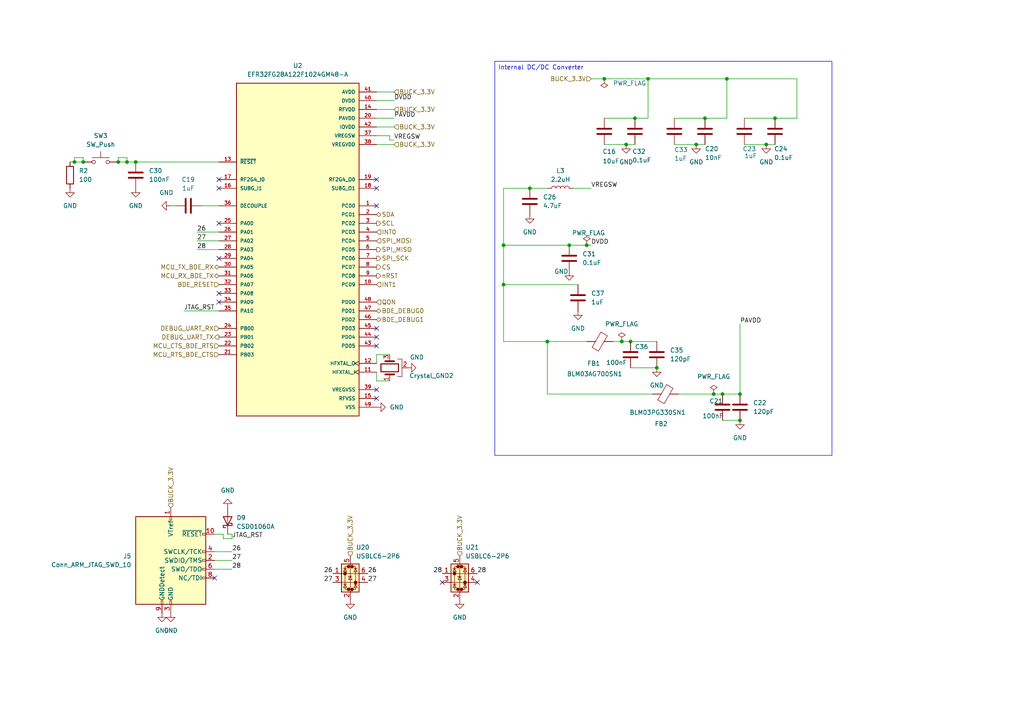
<source format=kicad_sch>
(kicad_sch
	(version 20250114)
	(generator "eeschema")
	(generator_version "9.0")
	(uuid "a7653b44-46a9-4dc3-ac97-0e973cebea02")
	(paper "A4")
	(lib_symbols
		(symbol "Connector:Conn_ARM_JTAG_SWD_10"
			(pin_names
				(offset 1.016)
			)
			(exclude_from_sim no)
			(in_bom yes)
			(on_board yes)
			(property "Reference" "J"
				(at -2.54 16.51 0)
				(effects
					(font
						(size 1.27 1.27)
					)
					(justify right)
				)
			)
			(property "Value" "Conn_ARM_JTAG_SWD_10"
				(at -2.54 13.97 0)
				(effects
					(font
						(size 1.27 1.27)
					)
					(justify right bottom)
				)
			)
			(property "Footprint" ""
				(at 0 0 0)
				(effects
					(font
						(size 1.27 1.27)
					)
					(hide yes)
				)
			)
			(property "Datasheet" "http://infocenter.arm.com/help/topic/com.arm.doc.ddi0314h/DDI0314H_coresight_components_trm.pdf"
				(at -8.89 -31.75 90)
				(effects
					(font
						(size 1.27 1.27)
					)
					(hide yes)
				)
			)
			(property "Description" "Cortex Debug Connector, standard ARM Cortex-M SWD and JTAG interface"
				(at 0 0 0)
				(effects
					(font
						(size 1.27 1.27)
					)
					(hide yes)
				)
			)
			(property "ki_keywords" "Cortex Debug Connector ARM SWD JTAG"
				(at 0 0 0)
				(effects
					(font
						(size 1.27 1.27)
					)
					(hide yes)
				)
			)
			(property "ki_fp_filters" "PinHeader?2x05?P1.27mm*"
				(at 0 0 0)
				(effects
					(font
						(size 1.27 1.27)
					)
					(hide yes)
				)
			)
			(symbol "Conn_ARM_JTAG_SWD_10_0_1"
				(rectangle
					(start -10.16 12.7)
					(end 10.16 -12.7)
					(stroke
						(width 0.254)
						(type default)
					)
					(fill
						(type background)
					)
				)
				(rectangle
					(start -2.794 -12.7)
					(end -2.286 -11.684)
					(stroke
						(width 0)
						(type default)
					)
					(fill
						(type none)
					)
				)
				(rectangle
					(start -0.254 12.7)
					(end 0.254 11.684)
					(stroke
						(width 0)
						(type default)
					)
					(fill
						(type none)
					)
				)
				(rectangle
					(start -0.254 -12.7)
					(end 0.254 -11.684)
					(stroke
						(width 0)
						(type default)
					)
					(fill
						(type none)
					)
				)
				(rectangle
					(start 9.144 2.286)
					(end 10.16 2.794)
					(stroke
						(width 0)
						(type default)
					)
					(fill
						(type none)
					)
				)
				(rectangle
					(start 10.16 7.874)
					(end 9.144 7.366)
					(stroke
						(width 0)
						(type default)
					)
					(fill
						(type none)
					)
				)
				(rectangle
					(start 10.16 -0.254)
					(end 9.144 0.254)
					(stroke
						(width 0)
						(type default)
					)
					(fill
						(type none)
					)
				)
				(rectangle
					(start 10.16 -2.794)
					(end 9.144 -2.286)
					(stroke
						(width 0)
						(type default)
					)
					(fill
						(type none)
					)
				)
			)
			(symbol "Conn_ARM_JTAG_SWD_10_1_1"
				(rectangle
					(start 9.144 -5.334)
					(end 10.16 -4.826)
					(stroke
						(width 0)
						(type default)
					)
					(fill
						(type none)
					)
				)
				(pin no_connect line
					(at -10.16 0 0)
					(length 2.54)
					(hide yes)
					(name "KEY"
						(effects
							(font
								(size 1.27 1.27)
							)
						)
					)
					(number "7"
						(effects
							(font
								(size 1.27 1.27)
							)
						)
					)
				)
				(pin passive line
					(at -2.54 -15.24 90)
					(length 2.54)
					(name "GNDDetect"
						(effects
							(font
								(size 1.27 1.27)
							)
						)
					)
					(number "9"
						(effects
							(font
								(size 1.27 1.27)
							)
						)
					)
				)
				(pin power_in line
					(at 0 15.24 270)
					(length 2.54)
					(name "VTref"
						(effects
							(font
								(size 1.27 1.27)
							)
						)
					)
					(number "1"
						(effects
							(font
								(size 1.27 1.27)
							)
						)
					)
				)
				(pin power_in line
					(at 0 -15.24 90)
					(length 2.54)
					(name "GND"
						(effects
							(font
								(size 1.27 1.27)
							)
						)
					)
					(number "3"
						(effects
							(font
								(size 1.27 1.27)
							)
						)
					)
				)
				(pin passive line
					(at 0 -15.24 90)
					(length 2.54)
					(hide yes)
					(name "GND"
						(effects
							(font
								(size 1.27 1.27)
							)
						)
					)
					(number "5"
						(effects
							(font
								(size 1.27 1.27)
							)
						)
					)
				)
				(pin open_collector line
					(at 12.7 7.62 180)
					(length 2.54)
					(name "~{RESET}"
						(effects
							(font
								(size 1.27 1.27)
							)
						)
					)
					(number "10"
						(effects
							(font
								(size 1.27 1.27)
							)
						)
					)
				)
				(pin output line
					(at 12.7 2.54 180)
					(length 2.54)
					(name "SWCLK/TCK"
						(effects
							(font
								(size 1.27 1.27)
							)
						)
					)
					(number "4"
						(effects
							(font
								(size 1.27 1.27)
							)
						)
					)
				)
				(pin bidirectional line
					(at 12.7 0 180)
					(length 2.54)
					(name "SWDIO/TMS"
						(effects
							(font
								(size 1.27 1.27)
							)
						)
					)
					(number "2"
						(effects
							(font
								(size 1.27 1.27)
							)
						)
					)
				)
				(pin input line
					(at 12.7 -2.54 180)
					(length 2.54)
					(name "SWO/TDO"
						(effects
							(font
								(size 1.27 1.27)
							)
						)
					)
					(number "6"
						(effects
							(font
								(size 1.27 1.27)
							)
						)
					)
				)
				(pin output line
					(at 12.7 -5.08 180)
					(length 2.54)
					(name "NC/TDI"
						(effects
							(font
								(size 1.27 1.27)
							)
						)
					)
					(number "8"
						(effects
							(font
								(size 1.27 1.27)
							)
						)
					)
				)
			)
			(embedded_fonts no)
		)
		(symbol "Device:C"
			(pin_numbers
				(hide yes)
			)
			(pin_names
				(offset 0.254)
			)
			(exclude_from_sim no)
			(in_bom yes)
			(on_board yes)
			(property "Reference" "C"
				(at 0.635 2.54 0)
				(effects
					(font
						(size 1.27 1.27)
					)
					(justify left)
				)
			)
			(property "Value" "C"
				(at 0.635 -2.54 0)
				(effects
					(font
						(size 1.27 1.27)
					)
					(justify left)
				)
			)
			(property "Footprint" ""
				(at 0.9652 -3.81 0)
				(effects
					(font
						(size 1.27 1.27)
					)
					(hide yes)
				)
			)
			(property "Datasheet" "~"
				(at 0 0 0)
				(effects
					(font
						(size 1.27 1.27)
					)
					(hide yes)
				)
			)
			(property "Description" "Unpolarized capacitor"
				(at 0 0 0)
				(effects
					(font
						(size 1.27 1.27)
					)
					(hide yes)
				)
			)
			(property "ki_keywords" "cap capacitor"
				(at 0 0 0)
				(effects
					(font
						(size 1.27 1.27)
					)
					(hide yes)
				)
			)
			(property "ki_fp_filters" "C_*"
				(at 0 0 0)
				(effects
					(font
						(size 1.27 1.27)
					)
					(hide yes)
				)
			)
			(symbol "C_0_1"
				(polyline
					(pts
						(xy -2.032 0.762) (xy 2.032 0.762)
					)
					(stroke
						(width 0.508)
						(type default)
					)
					(fill
						(type none)
					)
				)
				(polyline
					(pts
						(xy -2.032 -0.762) (xy 2.032 -0.762)
					)
					(stroke
						(width 0.508)
						(type default)
					)
					(fill
						(type none)
					)
				)
			)
			(symbol "C_1_1"
				(pin passive line
					(at 0 3.81 270)
					(length 2.794)
					(name "~"
						(effects
							(font
								(size 1.27 1.27)
							)
						)
					)
					(number "1"
						(effects
							(font
								(size 1.27 1.27)
							)
						)
					)
				)
				(pin passive line
					(at 0 -3.81 90)
					(length 2.794)
					(name "~"
						(effects
							(font
								(size 1.27 1.27)
							)
						)
					)
					(number "2"
						(effects
							(font
								(size 1.27 1.27)
							)
						)
					)
				)
			)
			(embedded_fonts no)
		)
		(symbol "Device:Crystal_GND2"
			(pin_names
				(offset 1.016)
				(hide yes)
			)
			(exclude_from_sim no)
			(in_bom yes)
			(on_board yes)
			(property "Reference" "Y"
				(at 0 5.715 0)
				(effects
					(font
						(size 1.27 1.27)
					)
				)
			)
			(property "Value" "Crystal_GND2"
				(at 0 3.81 0)
				(effects
					(font
						(size 1.27 1.27)
					)
				)
			)
			(property "Footprint" ""
				(at 0 0 0)
				(effects
					(font
						(size 1.27 1.27)
					)
					(hide yes)
				)
			)
			(property "Datasheet" "~"
				(at 0 0 0)
				(effects
					(font
						(size 1.27 1.27)
					)
					(hide yes)
				)
			)
			(property "Description" "Three pin crystal, GND on pin 2"
				(at 0 0 0)
				(effects
					(font
						(size 1.27 1.27)
					)
					(hide yes)
				)
			)
			(property "ki_keywords" "quartz ceramic resonator oscillator"
				(at 0 0 0)
				(effects
					(font
						(size 1.27 1.27)
					)
					(hide yes)
				)
			)
			(property "ki_fp_filters" "Crystal*"
				(at 0 0 0)
				(effects
					(font
						(size 1.27 1.27)
					)
					(hide yes)
				)
			)
			(symbol "Crystal_GND2_0_1"
				(polyline
					(pts
						(xy -2.54 0) (xy -1.905 0)
					)
					(stroke
						(width 0)
						(type default)
					)
					(fill
						(type none)
					)
				)
				(polyline
					(pts
						(xy -2.54 -2.286) (xy -2.54 -3.556) (xy 2.54 -3.556) (xy 2.54 -2.286)
					)
					(stroke
						(width 0)
						(type default)
					)
					(fill
						(type none)
					)
				)
				(polyline
					(pts
						(xy -1.905 -1.27) (xy -1.905 1.27)
					)
					(stroke
						(width 0.508)
						(type default)
					)
					(fill
						(type none)
					)
				)
				(rectangle
					(start -1.143 2.54)
					(end 1.143 -2.54)
					(stroke
						(width 0.3048)
						(type default)
					)
					(fill
						(type none)
					)
				)
				(polyline
					(pts
						(xy 0 -3.81) (xy 0 -3.556)
					)
					(stroke
						(width 0)
						(type default)
					)
					(fill
						(type none)
					)
				)
				(polyline
					(pts
						(xy 1.905 1.27) (xy 1.905 -1.27)
					)
					(stroke
						(width 0.508)
						(type default)
					)
					(fill
						(type none)
					)
				)
				(polyline
					(pts
						(xy 1.905 0) (xy 2.54 0)
					)
					(stroke
						(width 0)
						(type default)
					)
					(fill
						(type none)
					)
				)
			)
			(symbol "Crystal_GND2_1_1"
				(pin passive line
					(at -3.81 0 0)
					(length 1.27)
					(name "1"
						(effects
							(font
								(size 1.27 1.27)
							)
						)
					)
					(number "1"
						(effects
							(font
								(size 1.27 1.27)
							)
						)
					)
				)
				(pin passive line
					(at 0 -5.08 90)
					(length 1.27)
					(name "2"
						(effects
							(font
								(size 1.27 1.27)
							)
						)
					)
					(number "2"
						(effects
							(font
								(size 1.27 1.27)
							)
						)
					)
				)
				(pin passive line
					(at 3.81 0 180)
					(length 1.27)
					(name "3"
						(effects
							(font
								(size 1.27 1.27)
							)
						)
					)
					(number "3"
						(effects
							(font
								(size 1.27 1.27)
							)
						)
					)
				)
			)
			(embedded_fonts no)
		)
		(symbol "Device:FerriteBead"
			(pin_numbers
				(hide yes)
			)
			(pin_names
				(offset 0)
			)
			(exclude_from_sim no)
			(in_bom yes)
			(on_board yes)
			(property "Reference" "FB"
				(at -3.81 0.635 90)
				(effects
					(font
						(size 1.27 1.27)
					)
				)
			)
			(property "Value" "FerriteBead"
				(at 3.81 0 90)
				(effects
					(font
						(size 1.27 1.27)
					)
				)
			)
			(property "Footprint" ""
				(at -1.778 0 90)
				(effects
					(font
						(size 1.27 1.27)
					)
					(hide yes)
				)
			)
			(property "Datasheet" "~"
				(at 0 0 0)
				(effects
					(font
						(size 1.27 1.27)
					)
					(hide yes)
				)
			)
			(property "Description" "Ferrite bead"
				(at 0 0 0)
				(effects
					(font
						(size 1.27 1.27)
					)
					(hide yes)
				)
			)
			(property "ki_keywords" "L ferrite bead inductor filter"
				(at 0 0 0)
				(effects
					(font
						(size 1.27 1.27)
					)
					(hide yes)
				)
			)
			(property "ki_fp_filters" "Inductor_* L_* *Ferrite*"
				(at 0 0 0)
				(effects
					(font
						(size 1.27 1.27)
					)
					(hide yes)
				)
			)
			(symbol "FerriteBead_0_1"
				(polyline
					(pts
						(xy -2.7686 0.4064) (xy -1.7018 2.2606) (xy 2.7686 -0.3048) (xy 1.6764 -2.159) (xy -2.7686 0.4064)
					)
					(stroke
						(width 0)
						(type default)
					)
					(fill
						(type none)
					)
				)
				(polyline
					(pts
						(xy 0 1.27) (xy 0 1.2954)
					)
					(stroke
						(width 0)
						(type default)
					)
					(fill
						(type none)
					)
				)
				(polyline
					(pts
						(xy 0 -1.27) (xy 0 -1.2192)
					)
					(stroke
						(width 0)
						(type default)
					)
					(fill
						(type none)
					)
				)
			)
			(symbol "FerriteBead_1_1"
				(pin passive line
					(at 0 3.81 270)
					(length 2.54)
					(name "~"
						(effects
							(font
								(size 1.27 1.27)
							)
						)
					)
					(number "1"
						(effects
							(font
								(size 1.27 1.27)
							)
						)
					)
				)
				(pin passive line
					(at 0 -3.81 90)
					(length 2.54)
					(name "~"
						(effects
							(font
								(size 1.27 1.27)
							)
						)
					)
					(number "2"
						(effects
							(font
								(size 1.27 1.27)
							)
						)
					)
				)
			)
			(embedded_fonts no)
		)
		(symbol "Device:L"
			(pin_numbers
				(hide yes)
			)
			(pin_names
				(offset 1.016)
				(hide yes)
			)
			(exclude_from_sim no)
			(in_bom yes)
			(on_board yes)
			(property "Reference" "L"
				(at -1.27 0 90)
				(effects
					(font
						(size 1.27 1.27)
					)
				)
			)
			(property "Value" "L"
				(at 1.905 0 90)
				(effects
					(font
						(size 1.27 1.27)
					)
				)
			)
			(property "Footprint" ""
				(at 0 0 0)
				(effects
					(font
						(size 1.27 1.27)
					)
					(hide yes)
				)
			)
			(property "Datasheet" "~"
				(at 0 0 0)
				(effects
					(font
						(size 1.27 1.27)
					)
					(hide yes)
				)
			)
			(property "Description" "Inductor"
				(at 0 0 0)
				(effects
					(font
						(size 1.27 1.27)
					)
					(hide yes)
				)
			)
			(property "ki_keywords" "inductor choke coil reactor magnetic"
				(at 0 0 0)
				(effects
					(font
						(size 1.27 1.27)
					)
					(hide yes)
				)
			)
			(property "ki_fp_filters" "Choke_* *Coil* Inductor_* L_*"
				(at 0 0 0)
				(effects
					(font
						(size 1.27 1.27)
					)
					(hide yes)
				)
			)
			(symbol "L_0_1"
				(arc
					(start 0 2.54)
					(mid 0.6323 1.905)
					(end 0 1.27)
					(stroke
						(width 0)
						(type default)
					)
					(fill
						(type none)
					)
				)
				(arc
					(start 0 1.27)
					(mid 0.6323 0.635)
					(end 0 0)
					(stroke
						(width 0)
						(type default)
					)
					(fill
						(type none)
					)
				)
				(arc
					(start 0 0)
					(mid 0.6323 -0.635)
					(end 0 -1.27)
					(stroke
						(width 0)
						(type default)
					)
					(fill
						(type none)
					)
				)
				(arc
					(start 0 -1.27)
					(mid 0.6323 -1.905)
					(end 0 -2.54)
					(stroke
						(width 0)
						(type default)
					)
					(fill
						(type none)
					)
				)
			)
			(symbol "L_1_1"
				(pin passive line
					(at 0 3.81 270)
					(length 1.27)
					(name "1"
						(effects
							(font
								(size 1.27 1.27)
							)
						)
					)
					(number "1"
						(effects
							(font
								(size 1.27 1.27)
							)
						)
					)
				)
				(pin passive line
					(at 0 -3.81 90)
					(length 1.27)
					(name "2"
						(effects
							(font
								(size 1.27 1.27)
							)
						)
					)
					(number "2"
						(effects
							(font
								(size 1.27 1.27)
							)
						)
					)
				)
			)
			(embedded_fonts no)
		)
		(symbol "Device:R"
			(pin_numbers
				(hide yes)
			)
			(pin_names
				(offset 0)
			)
			(exclude_from_sim no)
			(in_bom yes)
			(on_board yes)
			(property "Reference" "R"
				(at 2.032 0 90)
				(effects
					(font
						(size 1.27 1.27)
					)
				)
			)
			(property "Value" "R"
				(at 0 0 90)
				(effects
					(font
						(size 1.27 1.27)
					)
				)
			)
			(property "Footprint" ""
				(at -1.778 0 90)
				(effects
					(font
						(size 1.27 1.27)
					)
					(hide yes)
				)
			)
			(property "Datasheet" "~"
				(at 0 0 0)
				(effects
					(font
						(size 1.27 1.27)
					)
					(hide yes)
				)
			)
			(property "Description" "Resistor"
				(at 0 0 0)
				(effects
					(font
						(size 1.27 1.27)
					)
					(hide yes)
				)
			)
			(property "ki_keywords" "R res resistor"
				(at 0 0 0)
				(effects
					(font
						(size 1.27 1.27)
					)
					(hide yes)
				)
			)
			(property "ki_fp_filters" "R_*"
				(at 0 0 0)
				(effects
					(font
						(size 1.27 1.27)
					)
					(hide yes)
				)
			)
			(symbol "R_0_1"
				(rectangle
					(start -1.016 -2.54)
					(end 1.016 2.54)
					(stroke
						(width 0.254)
						(type default)
					)
					(fill
						(type none)
					)
				)
			)
			(symbol "R_1_1"
				(pin passive line
					(at 0 3.81 270)
					(length 1.27)
					(name "~"
						(effects
							(font
								(size 1.27 1.27)
							)
						)
					)
					(number "1"
						(effects
							(font
								(size 1.27 1.27)
							)
						)
					)
				)
				(pin passive line
					(at 0 -3.81 90)
					(length 1.27)
					(name "~"
						(effects
							(font
								(size 1.27 1.27)
							)
						)
					)
					(number "2"
						(effects
							(font
								(size 1.27 1.27)
							)
						)
					)
				)
			)
			(embedded_fonts no)
		)
		(symbol "Diode:CSD01060A"
			(pin_numbers
				(hide yes)
			)
			(pin_names
				(offset 1.016)
				(hide yes)
			)
			(exclude_from_sim no)
			(in_bom yes)
			(on_board yes)
			(property "Reference" "D"
				(at 0 2.54 0)
				(effects
					(font
						(size 1.27 1.27)
					)
				)
			)
			(property "Value" "CSD01060A"
				(at 0 -2.54 0)
				(effects
					(font
						(size 1.27 1.27)
					)
				)
			)
			(property "Footprint" "Package_TO_SOT_THT:TO-220-2_Vertical"
				(at 0 -4.445 0)
				(effects
					(font
						(size 1.27 1.27)
					)
					(hide yes)
				)
			)
			(property "Datasheet" "https://www.wolfspeed.com/media/downloads/87/CSD01060.pdf"
				(at 0 0 0)
				(effects
					(font
						(size 1.27 1.27)
					)
					(hide yes)
				)
			)
			(property "Description" "600V, 1A, SiC Schottky Diode, TO-220"
				(at 0 0 0)
				(effects
					(font
						(size 1.27 1.27)
					)
					(hide yes)
				)
			)
			(property "ki_keywords" "sic diode"
				(at 0 0 0)
				(effects
					(font
						(size 1.27 1.27)
					)
					(hide yes)
				)
			)
			(property "ki_fp_filters" "TO?220*"
				(at 0 0 0)
				(effects
					(font
						(size 1.27 1.27)
					)
					(hide yes)
				)
			)
			(symbol "CSD01060A_0_1"
				(polyline
					(pts
						(xy -1.905 0.635) (xy -1.905 1.27) (xy -1.27 1.27) (xy -1.27 -1.27) (xy -0.635 -1.27) (xy -0.635 -0.635)
					)
					(stroke
						(width 0.254)
						(type default)
					)
					(fill
						(type none)
					)
				)
				(polyline
					(pts
						(xy 1.27 1.27) (xy 1.27 -1.27) (xy -1.27 0) (xy 1.27 1.27)
					)
					(stroke
						(width 0.254)
						(type default)
					)
					(fill
						(type none)
					)
				)
				(polyline
					(pts
						(xy 1.27 0) (xy -1.27 0)
					)
					(stroke
						(width 0)
						(type default)
					)
					(fill
						(type none)
					)
				)
			)
			(symbol "CSD01060A_1_1"
				(pin passive line
					(at -3.81 0 0)
					(length 2.54)
					(name "K"
						(effects
							(font
								(size 1.27 1.27)
							)
						)
					)
					(number "1"
						(effects
							(font
								(size 1.27 1.27)
							)
						)
					)
				)
				(pin passive line
					(at 3.81 0 180)
					(length 2.54)
					(name "A"
						(effects
							(font
								(size 1.27 1.27)
							)
						)
					)
					(number "2"
						(effects
							(font
								(size 1.27 1.27)
							)
						)
					)
				)
			)
			(embedded_fonts no)
		)
		(symbol "EFR32FG28A122F1024GM48-A:EFR32FG28A122F1024GM48-A"
			(pin_names
				(offset 1.016)
			)
			(exclude_from_sim no)
			(in_bom yes)
			(on_board yes)
			(property "Reference" "U"
				(at -17.78 50.8 0)
				(effects
					(font
						(size 1.27 1.27)
					)
					(justify left top)
				)
			)
			(property "Value" "EFR32FG28A122F1024GM48-A"
				(at -17.78 -50.8 0)
				(effects
					(font
						(size 1.27 1.27)
					)
					(justify left bottom)
				)
			)
			(property "Footprint" "EFR32FG28A122F1024GM48-A:QFN40P600X600X90-49N"
				(at 0 0 0)
				(effects
					(font
						(size 1.27 1.27)
					)
					(justify bottom)
					(hide yes)
				)
			)
			(property "Datasheet" ""
				(at 0 0 0)
				(effects
					(font
						(size 1.27 1.27)
					)
					(hide yes)
				)
			)
			(property "Description" ""
				(at 0 0 0)
				(effects
					(font
						(size 1.27 1.27)
					)
					(hide yes)
				)
			)
			(property "MF" "Silicon Laboratories"
				(at 0 0 0)
				(effects
					(font
						(size 1.27 1.27)
					)
					(justify bottom)
					(hide yes)
				)
			)
			(property "MAXIMUM_PACKAGE_HEIGHT" "0.90mm"
				(at 0 0 0)
				(effects
					(font
						(size 1.27 1.27)
					)
					(justify bottom)
					(hide yes)
				)
			)
			(property "CREATOR" "RODRIGO"
				(at 0 0 0)
				(effects
					(font
						(size 1.27 1.27)
					)
					(justify bottom)
					(hide yes)
				)
			)
			(property "Price" "None"
				(at 0 0 0)
				(effects
					(font
						(size 1.27 1.27)
					)
					(justify bottom)
					(hide yes)
				)
			)
			(property "Package" "None"
				(at 0 0 0)
				(effects
					(font
						(size 1.27 1.27)
					)
					(justify bottom)
					(hide yes)
				)
			)
			(property "Check_prices" "https://www.snapeda.com/parts/EFR32FG28A122F1024GM48-A/Silicon+Laboratories/view-part/?ref=eda"
				(at 0 0 0)
				(effects
					(font
						(size 1.27 1.27)
					)
					(justify bottom)
					(hide yes)
				)
			)
			(property "STANDARD" "IPC-7351B"
				(at 0 0 0)
				(effects
					(font
						(size 1.27 1.27)
					)
					(justify bottom)
					(hide yes)
				)
			)
			(property "PARTREV" "1.1"
				(at 0 0 0)
				(effects
					(font
						(size 1.27 1.27)
					)
					(justify bottom)
					(hide yes)
				)
			)
			(property "VERIFIER" ""
				(at 0 0 0)
				(effects
					(font
						(size 1.27 1.27)
					)
					(justify bottom)
					(hide yes)
				)
			)
			(property "SnapEDA_Link" "https://www.snapeda.com/parts/EFR32FG28A122F1024GM48-A/Silicon+Laboratories/view-part/?ref=snap"
				(at 0 0 0)
				(effects
					(font
						(size 1.27 1.27)
					)
					(justify bottom)
					(hide yes)
				)
			)
			(property "MP" "EFR32FG28A122F1024GM48-A"
				(at 0 0 0)
				(effects
					(font
						(size 1.27 1.27)
					)
					(justify bottom)
					(hide yes)
				)
			)
			(property "Description_1" "IC RF TxRx + MCU Bluetooth, General ISM > 1GHz Bluetooth 2.4GHz 48-VFQFN Exposed Pad"
				(at 0 0 0)
				(effects
					(font
						(size 1.27 1.27)
					)
					(justify bottom)
					(hide yes)
				)
			)
			(property "Availability" "In Stock"
				(at 0 0 0)
				(effects
					(font
						(size 1.27 1.27)
					)
					(justify bottom)
					(hide yes)
				)
			)
			(property "MANUFACTURER" "Silicon Laboratories"
				(at 0 0 0)
				(effects
					(font
						(size 1.27 1.27)
					)
					(justify bottom)
					(hide yes)
				)
			)
			(symbol "EFR32FG28A122F1024GM48-A_0_0"
				(rectangle
					(start -17.78 -48.26)
					(end 17.78 48.26)
					(stroke
						(width 0.254)
						(type default)
					)
					(fill
						(type background)
					)
				)
				(pin input line
					(at -22.86 25.4 0)
					(length 5.08)
					(name "~{RESET}"
						(effects
							(font
								(size 1.016 1.016)
							)
						)
					)
					(number "13"
						(effects
							(font
								(size 1.016 1.016)
							)
						)
					)
				)
				(pin input line
					(at -22.86 20.32 0)
					(length 5.08)
					(name "RF2G4_I0"
						(effects
							(font
								(size 1.016 1.016)
							)
						)
					)
					(number "17"
						(effects
							(font
								(size 1.016 1.016)
							)
						)
					)
				)
				(pin input line
					(at -22.86 17.78 0)
					(length 5.08)
					(name "SUBG_I1"
						(effects
							(font
								(size 1.016 1.016)
							)
						)
					)
					(number "16"
						(effects
							(font
								(size 1.016 1.016)
							)
						)
					)
				)
				(pin passive line
					(at -22.86 12.7 0)
					(length 5.08)
					(name "DECOUPLE"
						(effects
							(font
								(size 1.016 1.016)
							)
						)
					)
					(number "36"
						(effects
							(font
								(size 1.016 1.016)
							)
						)
					)
				)
				(pin bidirectional line
					(at -22.86 7.62 0)
					(length 5.08)
					(name "PA00"
						(effects
							(font
								(size 1.016 1.016)
							)
						)
					)
					(number "25"
						(effects
							(font
								(size 1.016 1.016)
							)
						)
					)
				)
				(pin bidirectional line
					(at -22.86 5.08 0)
					(length 5.08)
					(name "PA01"
						(effects
							(font
								(size 1.016 1.016)
							)
						)
					)
					(number "26"
						(effects
							(font
								(size 1.016 1.016)
							)
						)
					)
				)
				(pin bidirectional line
					(at -22.86 2.54 0)
					(length 5.08)
					(name "PA02"
						(effects
							(font
								(size 1.016 1.016)
							)
						)
					)
					(number "27"
						(effects
							(font
								(size 1.016 1.016)
							)
						)
					)
				)
				(pin bidirectional line
					(at -22.86 0 0)
					(length 5.08)
					(name "PA03"
						(effects
							(font
								(size 1.016 1.016)
							)
						)
					)
					(number "28"
						(effects
							(font
								(size 1.016 1.016)
							)
						)
					)
				)
				(pin bidirectional line
					(at -22.86 -2.54 0)
					(length 5.08)
					(name "PA04"
						(effects
							(font
								(size 1.016 1.016)
							)
						)
					)
					(number "29"
						(effects
							(font
								(size 1.016 1.016)
							)
						)
					)
				)
				(pin bidirectional line
					(at -22.86 -5.08 0)
					(length 5.08)
					(name "PA05"
						(effects
							(font
								(size 1.016 1.016)
							)
						)
					)
					(number "30"
						(effects
							(font
								(size 1.016 1.016)
							)
						)
					)
				)
				(pin bidirectional line
					(at -22.86 -7.62 0)
					(length 5.08)
					(name "PA06"
						(effects
							(font
								(size 1.016 1.016)
							)
						)
					)
					(number "31"
						(effects
							(font
								(size 1.016 1.016)
							)
						)
					)
				)
				(pin bidirectional line
					(at -22.86 -10.16 0)
					(length 5.08)
					(name "PA07"
						(effects
							(font
								(size 1.016 1.016)
							)
						)
					)
					(number "32"
						(effects
							(font
								(size 1.016 1.016)
							)
						)
					)
				)
				(pin bidirectional line
					(at -22.86 -12.7 0)
					(length 5.08)
					(name "PA08"
						(effects
							(font
								(size 1.016 1.016)
							)
						)
					)
					(number "33"
						(effects
							(font
								(size 1.016 1.016)
							)
						)
					)
				)
				(pin bidirectional line
					(at -22.86 -15.24 0)
					(length 5.08)
					(name "PA09"
						(effects
							(font
								(size 1.016 1.016)
							)
						)
					)
					(number "34"
						(effects
							(font
								(size 1.016 1.016)
							)
						)
					)
				)
				(pin bidirectional line
					(at -22.86 -17.78 0)
					(length 5.08)
					(name "PA10"
						(effects
							(font
								(size 1.016 1.016)
							)
						)
					)
					(number "35"
						(effects
							(font
								(size 1.016 1.016)
							)
						)
					)
				)
				(pin bidirectional line
					(at -22.86 -22.86 0)
					(length 5.08)
					(name "PB00"
						(effects
							(font
								(size 1.016 1.016)
							)
						)
					)
					(number "24"
						(effects
							(font
								(size 1.016 1.016)
							)
						)
					)
				)
				(pin bidirectional line
					(at -22.86 -25.4 0)
					(length 5.08)
					(name "PB01"
						(effects
							(font
								(size 1.016 1.016)
							)
						)
					)
					(number "23"
						(effects
							(font
								(size 1.016 1.016)
							)
						)
					)
				)
				(pin bidirectional line
					(at -22.86 -27.94 0)
					(length 5.08)
					(name "PB02"
						(effects
							(font
								(size 1.016 1.016)
							)
						)
					)
					(number "22"
						(effects
							(font
								(size 1.016 1.016)
							)
						)
					)
				)
				(pin bidirectional line
					(at -22.86 -30.48 0)
					(length 5.08)
					(name "PB03"
						(effects
							(font
								(size 1.016 1.016)
							)
						)
					)
					(number "21"
						(effects
							(font
								(size 1.016 1.016)
							)
						)
					)
				)
				(pin power_in line
					(at 22.86 45.72 180)
					(length 5.08)
					(name "AVDD"
						(effects
							(font
								(size 1.016 1.016)
							)
						)
					)
					(number "41"
						(effects
							(font
								(size 1.016 1.016)
							)
						)
					)
				)
				(pin power_in line
					(at 22.86 43.18 180)
					(length 5.08)
					(name "DVDD"
						(effects
							(font
								(size 1.016 1.016)
							)
						)
					)
					(number "40"
						(effects
							(font
								(size 1.016 1.016)
							)
						)
					)
				)
				(pin power_in line
					(at 22.86 40.64 180)
					(length 5.08)
					(name "RFVDD"
						(effects
							(font
								(size 1.016 1.016)
							)
						)
					)
					(number "14"
						(effects
							(font
								(size 1.016 1.016)
							)
						)
					)
				)
				(pin power_in line
					(at 22.86 38.1 180)
					(length 5.08)
					(name "PAVDD"
						(effects
							(font
								(size 1.016 1.016)
							)
						)
					)
					(number "20"
						(effects
							(font
								(size 1.016 1.016)
							)
						)
					)
				)
				(pin power_in line
					(at 22.86 35.56 180)
					(length 5.08)
					(name "IOVDD"
						(effects
							(font
								(size 1.016 1.016)
							)
						)
					)
					(number "42"
						(effects
							(font
								(size 1.016 1.016)
							)
						)
					)
				)
				(pin power_in line
					(at 22.86 30.48 180)
					(length 5.08)
					(name "VREGVDD"
						(effects
							(font
								(size 1.016 1.016)
							)
						)
					)
					(number "38"
						(effects
							(font
								(size 1.016 1.016)
							)
						)
					)
				)
				(pin output line
					(at 22.86 20.32 180)
					(length 5.08)
					(name "RF2G4_O0"
						(effects
							(font
								(size 1.016 1.016)
							)
						)
					)
					(number "19"
						(effects
							(font
								(size 1.016 1.016)
							)
						)
					)
				)
				(pin output line
					(at 22.86 17.78 180)
					(length 5.08)
					(name "SUBG_O1"
						(effects
							(font
								(size 1.016 1.016)
							)
						)
					)
					(number "18"
						(effects
							(font
								(size 1.016 1.016)
							)
						)
					)
				)
				(pin bidirectional line
					(at 22.86 12.7 180)
					(length 5.08)
					(name "PC00"
						(effects
							(font
								(size 1.016 1.016)
							)
						)
					)
					(number "1"
						(effects
							(font
								(size 1.016 1.016)
							)
						)
					)
				)
				(pin bidirectional line
					(at 22.86 10.16 180)
					(length 5.08)
					(name "PC01"
						(effects
							(font
								(size 1.016 1.016)
							)
						)
					)
					(number "2"
						(effects
							(font
								(size 1.016 1.016)
							)
						)
					)
				)
				(pin bidirectional line
					(at 22.86 7.62 180)
					(length 5.08)
					(name "PC02"
						(effects
							(font
								(size 1.016 1.016)
							)
						)
					)
					(number "3"
						(effects
							(font
								(size 1.016 1.016)
							)
						)
					)
				)
				(pin bidirectional line
					(at 22.86 5.08 180)
					(length 5.08)
					(name "PC03"
						(effects
							(font
								(size 1.016 1.016)
							)
						)
					)
					(number "4"
						(effects
							(font
								(size 1.016 1.016)
							)
						)
					)
				)
				(pin bidirectional line
					(at 22.86 2.54 180)
					(length 5.08)
					(name "PC04"
						(effects
							(font
								(size 1.016 1.016)
							)
						)
					)
					(number "5"
						(effects
							(font
								(size 1.016 1.016)
							)
						)
					)
				)
				(pin bidirectional line
					(at 22.86 0 180)
					(length 5.08)
					(name "PC05"
						(effects
							(font
								(size 1.016 1.016)
							)
						)
					)
					(number "6"
						(effects
							(font
								(size 1.016 1.016)
							)
						)
					)
				)
				(pin bidirectional line
					(at 22.86 -2.54 180)
					(length 5.08)
					(name "PC06"
						(effects
							(font
								(size 1.016 1.016)
							)
						)
					)
					(number "7"
						(effects
							(font
								(size 1.016 1.016)
							)
						)
					)
				)
				(pin bidirectional line
					(at 22.86 -5.08 180)
					(length 5.08)
					(name "PC07"
						(effects
							(font
								(size 1.016 1.016)
							)
						)
					)
					(number "8"
						(effects
							(font
								(size 1.016 1.016)
							)
						)
					)
				)
				(pin bidirectional line
					(at 22.86 -7.62 180)
					(length 5.08)
					(name "PC08"
						(effects
							(font
								(size 1.016 1.016)
							)
						)
					)
					(number "9"
						(effects
							(font
								(size 1.016 1.016)
							)
						)
					)
				)
				(pin bidirectional line
					(at 22.86 -10.16 180)
					(length 5.08)
					(name "PC09"
						(effects
							(font
								(size 1.016 1.016)
							)
						)
					)
					(number "10"
						(effects
							(font
								(size 1.016 1.016)
							)
						)
					)
				)
				(pin bidirectional line
					(at 22.86 -15.24 180)
					(length 5.08)
					(name "PD00"
						(effects
							(font
								(size 1.016 1.016)
							)
						)
					)
					(number "48"
						(effects
							(font
								(size 1.016 1.016)
							)
						)
					)
				)
				(pin bidirectional line
					(at 22.86 -17.78 180)
					(length 5.08)
					(name "PD01"
						(effects
							(font
								(size 1.016 1.016)
							)
						)
					)
					(number "47"
						(effects
							(font
								(size 1.016 1.016)
							)
						)
					)
				)
				(pin bidirectional line
					(at 22.86 -20.32 180)
					(length 5.08)
					(name "PD02"
						(effects
							(font
								(size 1.016 1.016)
							)
						)
					)
					(number "46"
						(effects
							(font
								(size 1.016 1.016)
							)
						)
					)
				)
				(pin bidirectional line
					(at 22.86 -22.86 180)
					(length 5.08)
					(name "PD03"
						(effects
							(font
								(size 1.016 1.016)
							)
						)
					)
					(number "45"
						(effects
							(font
								(size 1.016 1.016)
							)
						)
					)
				)
				(pin bidirectional line
					(at 22.86 -25.4 180)
					(length 5.08)
					(name "PD04"
						(effects
							(font
								(size 1.016 1.016)
							)
						)
					)
					(number "44"
						(effects
							(font
								(size 1.016 1.016)
							)
						)
					)
				)
				(pin bidirectional line
					(at 22.86 -27.94 180)
					(length 5.08)
					(name "PD05"
						(effects
							(font
								(size 1.016 1.016)
							)
						)
					)
					(number "43"
						(effects
							(font
								(size 1.016 1.016)
							)
						)
					)
				)
				(pin output clock
					(at 22.86 -33.02 180)
					(length 5.08)
					(name "HFXTAL_O"
						(effects
							(font
								(size 1.016 1.016)
							)
						)
					)
					(number "12"
						(effects
							(font
								(size 1.016 1.016)
							)
						)
					)
				)
				(pin input clock
					(at 22.86 -35.56 180)
					(length 5.08)
					(name "HFXTAL_I"
						(effects
							(font
								(size 1.016 1.016)
							)
						)
					)
					(number "11"
						(effects
							(font
								(size 1.016 1.016)
							)
						)
					)
				)
				(pin power_in line
					(at 22.86 -40.64 180)
					(length 5.08)
					(name "VREGVSS"
						(effects
							(font
								(size 1.016 1.016)
							)
						)
					)
					(number "39"
						(effects
							(font
								(size 1.016 1.016)
							)
						)
					)
				)
				(pin power_in line
					(at 22.86 -43.18 180)
					(length 5.08)
					(name "RFVSS"
						(effects
							(font
								(size 1.016 1.016)
							)
						)
					)
					(number "15"
						(effects
							(font
								(size 1.016 1.016)
							)
						)
					)
				)
				(pin power_in line
					(at 22.86 -45.72 180)
					(length 5.08)
					(name "VSS"
						(effects
							(font
								(size 1.016 1.016)
							)
						)
					)
					(number "49"
						(effects
							(font
								(size 1.016 1.016)
							)
						)
					)
				)
			)
			(symbol "EFR32FG28A122F1024GM48-A_1_0"
				(pin passive line
					(at 22.86 33.02 180)
					(length 5.08)
					(name "VREGSW"
						(effects
							(font
								(size 1.016 1.016)
							)
						)
					)
					(number "37"
						(effects
							(font
								(size 1.016 1.016)
							)
						)
					)
				)
			)
			(embedded_fonts no)
		)
		(symbol "Power_Protection:USBLC6-2P6"
			(pin_names
				(hide yes)
			)
			(exclude_from_sim no)
			(in_bom yes)
			(on_board yes)
			(property "Reference" "U"
				(at 0.635 5.715 0)
				(effects
					(font
						(size 1.27 1.27)
					)
					(justify left)
				)
			)
			(property "Value" "USBLC6-2P6"
				(at 0.635 3.81 0)
				(effects
					(font
						(size 1.27 1.27)
					)
					(justify left)
				)
			)
			(property "Footprint" "Package_TO_SOT_SMD:SOT-666"
				(at 1.016 -6.731 0)
				(effects
					(font
						(size 1.27 1.27)
						(italic yes)
					)
					(justify left)
					(hide yes)
				)
			)
			(property "Datasheet" "https://www.st.com/resource/en/datasheet/usblc6-2.pdf"
				(at 1.016 -8.636 0)
				(effects
					(font
						(size 1.27 1.27)
					)
					(justify left)
					(hide yes)
				)
			)
			(property "Description" "Very low capacitance ESD protection diode, 2 data-line, SOT-666"
				(at 0 0 0)
				(effects
					(font
						(size 1.27 1.27)
					)
					(hide yes)
				)
			)
			(property "ki_keywords" "usb ethernet video"
				(at 0 0 0)
				(effects
					(font
						(size 1.27 1.27)
					)
					(hide yes)
				)
			)
			(property "ki_fp_filters" "SOT?666*"
				(at 0 0 0)
				(effects
					(font
						(size 1.27 1.27)
					)
					(hide yes)
				)
			)
			(symbol "USBLC6-2P6_0_0"
				(circle
					(center -1.524 0)
					(radius 0.0001)
					(stroke
						(width 0.508)
						(type default)
					)
					(fill
						(type none)
					)
				)
				(circle
					(center -0.508 2.032)
					(radius 0.0001)
					(stroke
						(width 0.508)
						(type default)
					)
					(fill
						(type none)
					)
				)
				(circle
					(center -0.508 -4.572)
					(radius 0.0001)
					(stroke
						(width 0.508)
						(type default)
					)
					(fill
						(type none)
					)
				)
				(circle
					(center 0.508 2.032)
					(radius 0.0001)
					(stroke
						(width 0.508)
						(type default)
					)
					(fill
						(type none)
					)
				)
				(circle
					(center 0.508 -4.572)
					(radius 0.0001)
					(stroke
						(width 0.508)
						(type default)
					)
					(fill
						(type none)
					)
				)
				(circle
					(center 1.524 -2.54)
					(radius 0.0001)
					(stroke
						(width 0.508)
						(type default)
					)
					(fill
						(type none)
					)
				)
			)
			(symbol "USBLC6-2P6_0_1"
				(polyline
					(pts
						(xy -2.54 0) (xy 2.54 0)
					)
					(stroke
						(width 0)
						(type default)
					)
					(fill
						(type none)
					)
				)
				(polyline
					(pts
						(xy -2.54 -2.54) (xy 2.54 -2.54)
					)
					(stroke
						(width 0)
						(type default)
					)
					(fill
						(type none)
					)
				)
				(polyline
					(pts
						(xy -2.032 0.508) (xy -1.016 0.508) (xy -1.524 1.524) (xy -2.032 0.508)
					)
					(stroke
						(width 0)
						(type default)
					)
					(fill
						(type none)
					)
				)
				(polyline
					(pts
						(xy -2.032 -3.048) (xy -1.016 -3.048)
					)
					(stroke
						(width 0)
						(type default)
					)
					(fill
						(type none)
					)
				)
				(polyline
					(pts
						(xy -1.016 1.524) (xy -2.032 1.524)
					)
					(stroke
						(width 0)
						(type default)
					)
					(fill
						(type none)
					)
				)
				(polyline
					(pts
						(xy -1.016 -4.064) (xy -2.032 -4.064) (xy -1.524 -3.048) (xy -1.016 -4.064)
					)
					(stroke
						(width 0)
						(type default)
					)
					(fill
						(type none)
					)
				)
				(polyline
					(pts
						(xy -0.508 -1.143) (xy -0.508 -0.762) (xy 0.508 -0.762)
					)
					(stroke
						(width 0)
						(type default)
					)
					(fill
						(type none)
					)
				)
				(polyline
					(pts
						(xy 0 2.54) (xy -0.508 2.032) (xy 0.508 2.032) (xy 0 1.524) (xy 0 -4.064) (xy -0.508 -4.572) (xy 0.508 -4.572)
						(xy 0 -5.08)
					)
					(stroke
						(width 0)
						(type default)
					)
					(fill
						(type none)
					)
				)
				(polyline
					(pts
						(xy 0.508 -1.778) (xy -0.508 -1.778) (xy 0 -0.762) (xy 0.508 -1.778)
					)
					(stroke
						(width 0)
						(type default)
					)
					(fill
						(type none)
					)
				)
				(polyline
					(pts
						(xy 1.016 1.524) (xy 2.032 1.524)
					)
					(stroke
						(width 0)
						(type default)
					)
					(fill
						(type none)
					)
				)
				(polyline
					(pts
						(xy 1.016 -3.048) (xy 2.032 -3.048)
					)
					(stroke
						(width 0)
						(type default)
					)
					(fill
						(type none)
					)
				)
				(polyline
					(pts
						(xy 2.032 0.508) (xy 1.016 0.508) (xy 1.524 1.524) (xy 2.032 0.508)
					)
					(stroke
						(width 0)
						(type default)
					)
					(fill
						(type none)
					)
				)
				(polyline
					(pts
						(xy 2.032 -4.064) (xy 1.016 -4.064) (xy 1.524 -3.048) (xy 2.032 -4.064)
					)
					(stroke
						(width 0)
						(type default)
					)
					(fill
						(type none)
					)
				)
			)
			(symbol "USBLC6-2P6_1_1"
				(rectangle
					(start -2.54 2.794)
					(end 2.54 -5.334)
					(stroke
						(width 0.254)
						(type default)
					)
					(fill
						(type background)
					)
				)
				(polyline
					(pts
						(xy -0.508 2.032) (xy -1.524 2.032) (xy -1.524 -4.572) (xy -0.508 -4.572)
					)
					(stroke
						(width 0)
						(type default)
					)
					(fill
						(type none)
					)
				)
				(polyline
					(pts
						(xy 0.508 -4.572) (xy 1.524 -4.572) (xy 1.524 2.032) (xy 0.508 2.032)
					)
					(stroke
						(width 0)
						(type default)
					)
					(fill
						(type none)
					)
				)
				(pin passive line
					(at -5.08 0 0)
					(length 2.54)
					(name "I/O1"
						(effects
							(font
								(size 1.27 1.27)
							)
						)
					)
					(number "1"
						(effects
							(font
								(size 1.27 1.27)
							)
						)
					)
				)
				(pin passive line
					(at -5.08 -2.54 0)
					(length 2.54)
					(name "I/O2"
						(effects
							(font
								(size 1.27 1.27)
							)
						)
					)
					(number "3"
						(effects
							(font
								(size 1.27 1.27)
							)
						)
					)
				)
				(pin passive line
					(at 0 5.08 270)
					(length 2.54)
					(name "VBUS"
						(effects
							(font
								(size 1.27 1.27)
							)
						)
					)
					(number "5"
						(effects
							(font
								(size 1.27 1.27)
							)
						)
					)
				)
				(pin passive line
					(at 0 -7.62 90)
					(length 2.54)
					(name "GND"
						(effects
							(font
								(size 1.27 1.27)
							)
						)
					)
					(number "2"
						(effects
							(font
								(size 1.27 1.27)
							)
						)
					)
				)
				(pin passive line
					(at 5.08 0 180)
					(length 2.54)
					(name "I/O1"
						(effects
							(font
								(size 1.27 1.27)
							)
						)
					)
					(number "6"
						(effects
							(font
								(size 1.27 1.27)
							)
						)
					)
				)
				(pin passive line
					(at 5.08 -2.54 180)
					(length 2.54)
					(name "I/O2"
						(effects
							(font
								(size 1.27 1.27)
							)
						)
					)
					(number "4"
						(effects
							(font
								(size 1.27 1.27)
							)
						)
					)
				)
			)
			(embedded_fonts no)
		)
		(symbol "Switch:SW_Push"
			(pin_numbers
				(hide yes)
			)
			(pin_names
				(offset 1.016)
				(hide yes)
			)
			(exclude_from_sim no)
			(in_bom yes)
			(on_board yes)
			(property "Reference" "SW"
				(at 1.27 2.54 0)
				(effects
					(font
						(size 1.27 1.27)
					)
					(justify left)
				)
			)
			(property "Value" "SW_Push"
				(at 0 -1.524 0)
				(effects
					(font
						(size 1.27 1.27)
					)
				)
			)
			(property "Footprint" ""
				(at 0 5.08 0)
				(effects
					(font
						(size 1.27 1.27)
					)
					(hide yes)
				)
			)
			(property "Datasheet" "~"
				(at 0 5.08 0)
				(effects
					(font
						(size 1.27 1.27)
					)
					(hide yes)
				)
			)
			(property "Description" "Push button switch, generic, two pins"
				(at 0 0 0)
				(effects
					(font
						(size 1.27 1.27)
					)
					(hide yes)
				)
			)
			(property "ki_keywords" "switch normally-open pushbutton push-button"
				(at 0 0 0)
				(effects
					(font
						(size 1.27 1.27)
					)
					(hide yes)
				)
			)
			(symbol "SW_Push_0_1"
				(circle
					(center -2.032 0)
					(radius 0.508)
					(stroke
						(width 0)
						(type default)
					)
					(fill
						(type none)
					)
				)
				(polyline
					(pts
						(xy 0 1.27) (xy 0 3.048)
					)
					(stroke
						(width 0)
						(type default)
					)
					(fill
						(type none)
					)
				)
				(circle
					(center 2.032 0)
					(radius 0.508)
					(stroke
						(width 0)
						(type default)
					)
					(fill
						(type none)
					)
				)
				(polyline
					(pts
						(xy 2.54 1.27) (xy -2.54 1.27)
					)
					(stroke
						(width 0)
						(type default)
					)
					(fill
						(type none)
					)
				)
				(pin passive line
					(at -5.08 0 0)
					(length 2.54)
					(name "1"
						(effects
							(font
								(size 1.27 1.27)
							)
						)
					)
					(number "1"
						(effects
							(font
								(size 1.27 1.27)
							)
						)
					)
				)
				(pin passive line
					(at 5.08 0 180)
					(length 2.54)
					(name "2"
						(effects
							(font
								(size 1.27 1.27)
							)
						)
					)
					(number "2"
						(effects
							(font
								(size 1.27 1.27)
							)
						)
					)
				)
			)
			(embedded_fonts no)
		)
		(symbol "power:GND"
			(power)
			(pin_numbers
				(hide yes)
			)
			(pin_names
				(offset 0)
				(hide yes)
			)
			(exclude_from_sim no)
			(in_bom yes)
			(on_board yes)
			(property "Reference" "#PWR"
				(at 0 -6.35 0)
				(effects
					(font
						(size 1.27 1.27)
					)
					(hide yes)
				)
			)
			(property "Value" "GND"
				(at 0 -3.81 0)
				(effects
					(font
						(size 1.27 1.27)
					)
				)
			)
			(property "Footprint" ""
				(at 0 0 0)
				(effects
					(font
						(size 1.27 1.27)
					)
					(hide yes)
				)
			)
			(property "Datasheet" ""
				(at 0 0 0)
				(effects
					(font
						(size 1.27 1.27)
					)
					(hide yes)
				)
			)
			(property "Description" "Power symbol creates a global label with name \"GND\" , ground"
				(at 0 0 0)
				(effects
					(font
						(size 1.27 1.27)
					)
					(hide yes)
				)
			)
			(property "ki_keywords" "global power"
				(at 0 0 0)
				(effects
					(font
						(size 1.27 1.27)
					)
					(hide yes)
				)
			)
			(symbol "GND_0_1"
				(polyline
					(pts
						(xy 0 0) (xy 0 -1.27) (xy 1.27 -1.27) (xy 0 -2.54) (xy -1.27 -1.27) (xy 0 -1.27)
					)
					(stroke
						(width 0)
						(type default)
					)
					(fill
						(type none)
					)
				)
			)
			(symbol "GND_1_1"
				(pin power_in line
					(at 0 0 270)
					(length 0)
					(name "~"
						(effects
							(font
								(size 1.27 1.27)
							)
						)
					)
					(number "1"
						(effects
							(font
								(size 1.27 1.27)
							)
						)
					)
				)
			)
			(embedded_fonts no)
		)
		(symbol "power:PWR_FLAG"
			(power)
			(pin_numbers
				(hide yes)
			)
			(pin_names
				(offset 0)
				(hide yes)
			)
			(exclude_from_sim no)
			(in_bom yes)
			(on_board yes)
			(property "Reference" "#FLG"
				(at 0 1.905 0)
				(effects
					(font
						(size 1.27 1.27)
					)
					(hide yes)
				)
			)
			(property "Value" "PWR_FLAG"
				(at 0 3.81 0)
				(effects
					(font
						(size 1.27 1.27)
					)
				)
			)
			(property "Footprint" ""
				(at 0 0 0)
				(effects
					(font
						(size 1.27 1.27)
					)
					(hide yes)
				)
			)
			(property "Datasheet" "~"
				(at 0 0 0)
				(effects
					(font
						(size 1.27 1.27)
					)
					(hide yes)
				)
			)
			(property "Description" "Special symbol for telling ERC where power comes from"
				(at 0 0 0)
				(effects
					(font
						(size 1.27 1.27)
					)
					(hide yes)
				)
			)
			(property "ki_keywords" "flag power"
				(at 0 0 0)
				(effects
					(font
						(size 1.27 1.27)
					)
					(hide yes)
				)
			)
			(symbol "PWR_FLAG_0_0"
				(pin power_out line
					(at 0 0 90)
					(length 0)
					(name "~"
						(effects
							(font
								(size 1.27 1.27)
							)
						)
					)
					(number "1"
						(effects
							(font
								(size 1.27 1.27)
							)
						)
					)
				)
			)
			(symbol "PWR_FLAG_0_1"
				(polyline
					(pts
						(xy 0 0) (xy 0 1.27) (xy -1.016 1.905) (xy 0 2.54) (xy 1.016 1.905) (xy 0 1.27)
					)
					(stroke
						(width 0)
						(type default)
					)
					(fill
						(type none)
					)
				)
			)
			(embedded_fonts no)
		)
	)
	(text_box "Internal DC/DC Converter\n"
		(exclude_from_sim no)
		(at 143.51 17.78 0)
		(size 97.79 114.3)
		(margins 0.9525 0.9525 0.9525 0.9525)
		(stroke
			(width 0)
			(type solid)
		)
		(fill
			(type none)
		)
		(effects
			(font
				(size 1.27 1.27)
			)
			(justify left top)
		)
		(uuid "8bc954aa-a84d-476e-9226-0b2c443e8d95")
	)
	(junction
		(at 36.83 46.99)
		(diameter 0)
		(color 0 0 0 0)
		(uuid "002d581f-1037-4c06-95e8-f0552ecca43f")
	)
	(junction
		(at 210.82 22.86)
		(diameter 0)
		(color 0 0 0 0)
		(uuid "10a94bbf-2f81-4fd7-b474-0b6346de408f")
	)
	(junction
		(at 181.61 41.91)
		(diameter 0)
		(color 0 0 0 0)
		(uuid "1ae10487-2731-4cf3-9b83-3b7a99d14762")
	)
	(junction
		(at 165.1 71.12)
		(diameter 0)
		(color 0 0 0 0)
		(uuid "25d35a68-5946-44b5-b0e7-26e0939533f2")
	)
	(junction
		(at 158.75 99.06)
		(diameter 0)
		(color 0 0 0 0)
		(uuid "2671ce3b-2656-4fb5-b38f-1d1082cdc20b")
	)
	(junction
		(at 224.79 34.29)
		(diameter 0)
		(color 0 0 0 0)
		(uuid "38419e97-06a2-492c-8c34-a3fd58c64ba9")
	)
	(junction
		(at 209.55 114.3)
		(diameter 0)
		(color 0 0 0 0)
		(uuid "3b53dda7-fa69-4620-b25e-024e1974661a")
	)
	(junction
		(at 222.25 41.91)
		(diameter 0)
		(color 0 0 0 0)
		(uuid "41a65f9a-ea6e-494a-9f51-073864d27572")
	)
	(junction
		(at 24.13 46.99)
		(diameter 0)
		(color 0 0 0 0)
		(uuid "41e7ff53-99f6-4707-ae25-e72a062b2553")
	)
	(junction
		(at 214.63 121.92)
		(diameter 0)
		(color 0 0 0 0)
		(uuid "44879c62-9290-4811-80ef-f459e162e939")
	)
	(junction
		(at 214.63 114.3)
		(diameter 0)
		(color 0 0 0 0)
		(uuid "45c7e0c1-b918-4e25-abf8-bb6dbef2ce26")
	)
	(junction
		(at 153.67 54.61)
		(diameter 0)
		(color 0 0 0 0)
		(uuid "51305d5c-5f1e-4b5b-9ec4-260fd52deeae")
	)
	(junction
		(at 201.93 41.91)
		(diameter 0)
		(color 0 0 0 0)
		(uuid "51d851f6-5b12-4735-b4ec-f92061b70f4d")
	)
	(junction
		(at 34.29 46.99)
		(diameter 0)
		(color 0 0 0 0)
		(uuid "524ce435-a862-4c7c-ba4f-cace66079191")
	)
	(junction
		(at 204.47 34.29)
		(diameter 0)
		(color 0 0 0 0)
		(uuid "526a65eb-d45d-4111-ba6e-7dfaf7718b10")
	)
	(junction
		(at 146.05 82.55)
		(diameter 0)
		(color 0 0 0 0)
		(uuid "52993dc3-6895-4d68-a1d8-36694f94ed46")
	)
	(junction
		(at 146.05 71.12)
		(diameter 0)
		(color 0 0 0 0)
		(uuid "60e1e5cb-33b8-4a7b-8383-21be662b33b9")
	)
	(junction
		(at 184.15 34.29)
		(diameter 0)
		(color 0 0 0 0)
		(uuid "64ae5563-3f61-47d0-82c3-8c870697cedb")
	)
	(junction
		(at 21.59 46.99)
		(diameter 0)
		(color 0 0 0 0)
		(uuid "6963ec34-3f77-4100-a1b3-bd34356c03bb")
	)
	(junction
		(at 207.01 114.3)
		(diameter 0)
		(color 0 0 0 0)
		(uuid "a57e3574-cc9d-41b0-8873-b2261260238d")
	)
	(junction
		(at 182.88 99.06)
		(diameter 0)
		(color 0 0 0 0)
		(uuid "ad1507d7-8a21-4afc-b793-a0fc350891d2")
	)
	(junction
		(at 39.37 46.99)
		(diameter 0)
		(color 0 0 0 0)
		(uuid "ad374f19-c11e-4dac-bf75-7b3c355dfda1")
	)
	(junction
		(at 190.5 106.68)
		(diameter 0)
		(color 0 0 0 0)
		(uuid "befced38-df1a-444e-817a-ffef0948024c")
	)
	(junction
		(at 180.34 99.06)
		(diameter 0)
		(color 0 0 0 0)
		(uuid "cc87fbda-32be-4364-924d-3eb2fcec2de6")
	)
	(junction
		(at 170.18 71.12)
		(diameter 0)
		(color 0 0 0 0)
		(uuid "ce22a9e2-db31-419b-af0d-e05dec0e992c")
	)
	(junction
		(at 175.26 22.86)
		(diameter 0)
		(color 0 0 0 0)
		(uuid "d52578ee-cfba-449c-aedc-94a6d0c062de")
	)
	(junction
		(at 187.96 22.86)
		(diameter 0)
		(color 0 0 0 0)
		(uuid "ef2bc331-86ce-48b9-b615-552963881ed1")
	)
	(no_connect
		(at 63.5 85.09)
		(uuid "024b17d4-67a2-4102-85d8-1cfe0b5a811c")
	)
	(no_connect
		(at 63.5 87.63)
		(uuid "042344d3-a32b-4b12-b339-654908a8cd1b")
	)
	(no_connect
		(at 62.23 167.64)
		(uuid "290b3efc-9219-40f6-9f36-2c32581a2ebc")
	)
	(no_connect
		(at 109.22 52.07)
		(uuid "2e689b1b-8bae-457f-a4e4-8da8dba9a76b")
	)
	(no_connect
		(at 128.27 168.91)
		(uuid "314672d8-1ceb-4860-8e0f-57d2f1f6610d")
	)
	(no_connect
		(at 109.22 100.33)
		(uuid "319dc1d3-34a6-4aa2-8810-c238a423a961")
	)
	(no_connect
		(at 63.5 52.07)
		(uuid "375b628e-dbe8-4bb1-9406-ebdaeeefb68c")
	)
	(no_connect
		(at 63.5 64.77)
		(uuid "37b6966f-bff1-4c15-999c-d7d11a465665")
	)
	(no_connect
		(at 109.22 115.57)
		(uuid "53cb5224-a59b-4ecf-80a9-b4e465955795")
	)
	(no_connect
		(at 109.22 54.61)
		(uuid "6cc848e0-175a-4470-9062-c28893b86833")
	)
	(no_connect
		(at 138.43 168.91)
		(uuid "713ca98b-fb81-4242-a931-b0ae5196ec50")
	)
	(no_connect
		(at 109.22 113.03)
		(uuid "73c7fa4f-860b-487f-92fb-e77220d0e569")
	)
	(no_connect
		(at 109.22 95.25)
		(uuid "96661c09-e67f-495c-bab3-ff36ddcf653e")
	)
	(no_connect
		(at 63.5 54.61)
		(uuid "c83d10d7-d0a7-48b1-8881-7ee9feeaf38f")
	)
	(no_connect
		(at 109.22 59.69)
		(uuid "ddf321d9-caf0-4530-9160-d991bf1cbba7")
	)
	(no_connect
		(at 109.22 97.79)
		(uuid "e689f2d3-1759-4f8a-a7f9-27f2a488862a")
	)
	(no_connect
		(at 63.5 74.93)
		(uuid "ee9b1f21-6369-426c-8198-8c49c65f2ed7")
	)
	(wire
		(pts
			(xy 62.23 162.56) (xy 67.31 162.56)
		)
		(stroke
			(width 0)
			(type default)
		)
		(uuid "064c27c1-d764-4d3a-803e-02865d6d71ff")
	)
	(wire
		(pts
			(xy 39.37 46.99) (xy 63.5 46.99)
		)
		(stroke
			(width 0)
			(type default)
		)
		(uuid "0acc684e-b2e9-46f5-a42b-7d6657e493bf")
	)
	(wire
		(pts
			(xy 146.05 82.55) (xy 146.05 71.12)
		)
		(stroke
			(width 0)
			(type default)
		)
		(uuid "12ce6e6f-e584-4efe-8d18-544a18ceaee2")
	)
	(wire
		(pts
			(xy 67.31 156.21) (xy 67.31 154.94)
		)
		(stroke
			(width 0)
			(type default)
		)
		(uuid "1301afe4-167c-4937-9401-ba6aa61315e0")
	)
	(wire
		(pts
			(xy 215.9 34.29) (xy 224.79 34.29)
		)
		(stroke
			(width 0)
			(type default)
		)
		(uuid "15da9d4d-86d4-42f5-93d7-8352f346f376")
	)
	(wire
		(pts
			(xy 21.59 46.99) (xy 21.59 45.72)
		)
		(stroke
			(width 0)
			(type default)
		)
		(uuid "16d729e2-7ceb-4caa-87a7-068a24d5326f")
	)
	(wire
		(pts
			(xy 109.22 31.75) (xy 114.3 31.75)
		)
		(stroke
			(width 0)
			(type default)
		)
		(uuid "187794cc-4117-4595-af85-1b82760fa0b0")
	)
	(wire
		(pts
			(xy 167.64 82.55) (xy 146.05 82.55)
		)
		(stroke
			(width 0)
			(type default)
		)
		(uuid "1a6ebade-2a05-4fbd-87c8-3fca79ef2bca")
	)
	(wire
		(pts
			(xy 109.22 26.67) (xy 114.3 26.67)
		)
		(stroke
			(width 0)
			(type default)
		)
		(uuid "1cd396ea-e032-4710-86cb-427d70338bf2")
	)
	(wire
		(pts
			(xy 62.23 160.02) (xy 67.31 160.02)
		)
		(stroke
			(width 0)
			(type default)
		)
		(uuid "20176229-d0a2-45ae-8c4e-47cf8a749978")
	)
	(wire
		(pts
			(xy 165.1 71.12) (xy 146.05 71.12)
		)
		(stroke
			(width 0)
			(type default)
		)
		(uuid "29860520-e463-45ca-838f-390da2c5d8ad")
	)
	(wire
		(pts
			(xy 57.15 67.31) (xy 63.5 67.31)
		)
		(stroke
			(width 0)
			(type default)
		)
		(uuid "2a32996a-05f8-4f83-a3e6-6c7bfe38fd22")
	)
	(wire
		(pts
			(xy 57.15 69.85) (xy 63.5 69.85)
		)
		(stroke
			(width 0)
			(type default)
		)
		(uuid "2ab935e4-7e58-47ed-84e2-e6e5e472b7b5")
	)
	(wire
		(pts
			(xy 57.15 72.39) (xy 63.5 72.39)
		)
		(stroke
			(width 0)
			(type default)
		)
		(uuid "3353e7bd-47e6-422f-86ee-6853954dd1cf")
	)
	(wire
		(pts
			(xy 24.13 45.72) (xy 24.13 46.99)
		)
		(stroke
			(width 0)
			(type default)
		)
		(uuid "355707e6-65ad-4d7a-94c2-7da6a6c9b777")
	)
	(wire
		(pts
			(xy 210.82 22.86) (xy 210.82 34.29)
		)
		(stroke
			(width 0)
			(type default)
		)
		(uuid "3b8c1b30-2419-4100-a3ba-a8a654b67f44")
	)
	(wire
		(pts
			(xy 109.22 41.91) (xy 114.3 41.91)
		)
		(stroke
			(width 0)
			(type default)
		)
		(uuid "41e2a404-224b-406a-8a0b-26c1c61d729d")
	)
	(wire
		(pts
			(xy 166.37 54.61) (xy 171.45 54.61)
		)
		(stroke
			(width 0)
			(type default)
		)
		(uuid "429dbeae-59ba-42b2-aa3c-d079628ac082")
	)
	(wire
		(pts
			(xy 207.01 114.3) (xy 209.55 114.3)
		)
		(stroke
			(width 0)
			(type default)
		)
		(uuid "447ae76a-bd84-4503-9939-8e362e184a32")
	)
	(wire
		(pts
			(xy 209.55 114.3) (xy 214.63 114.3)
		)
		(stroke
			(width 0)
			(type default)
		)
		(uuid "4859a094-8fda-4cb2-acff-022885e6c10b")
	)
	(wire
		(pts
			(xy 50.8 59.69) (xy 49.53 59.69)
		)
		(stroke
			(width 0)
			(type default)
		)
		(uuid "4924a17f-0e37-40d0-a306-80e6945be0e9")
	)
	(wire
		(pts
			(xy 113.03 40.64) (xy 114.3 40.64)
		)
		(stroke
			(width 0)
			(type default)
		)
		(uuid "5cd1c76b-2783-46ac-ad1f-4a1d1be19427")
	)
	(wire
		(pts
			(xy 20.32 46.99) (xy 21.59 46.99)
		)
		(stroke
			(width 0)
			(type default)
		)
		(uuid "5e473bf2-c0a3-4944-8f5a-32c9620be6f9")
	)
	(wire
		(pts
			(xy 204.47 34.29) (xy 210.82 34.29)
		)
		(stroke
			(width 0)
			(type default)
		)
		(uuid "62ce754d-a30c-4c79-aa5b-18157a51a6c7")
	)
	(wire
		(pts
			(xy 175.26 34.29) (xy 184.15 34.29)
		)
		(stroke
			(width 0)
			(type default)
		)
		(uuid "66e28c88-ed04-4a23-9c9f-28ba5d3ce513")
	)
	(wire
		(pts
			(xy 180.34 99.06) (xy 182.88 99.06)
		)
		(stroke
			(width 0)
			(type default)
		)
		(uuid "6a0888e9-9d44-48f0-b9a1-4a060b64e862")
	)
	(wire
		(pts
			(xy 195.58 41.91) (xy 201.93 41.91)
		)
		(stroke
			(width 0)
			(type default)
		)
		(uuid "6a3c7dce-1ec9-4cb5-a668-7b61ea1c5070")
	)
	(wire
		(pts
			(xy 175.26 22.86) (xy 187.96 22.86)
		)
		(stroke
			(width 0)
			(type default)
		)
		(uuid "6c1068b2-d76e-4cd5-8c5a-5d790ff2babc")
	)
	(wire
		(pts
			(xy 187.96 34.29) (xy 184.15 34.29)
		)
		(stroke
			(width 0)
			(type default)
		)
		(uuid "6d2da247-de0f-4560-9e82-d429a85677f0")
	)
	(wire
		(pts
			(xy 158.75 99.06) (xy 170.18 99.06)
		)
		(stroke
			(width 0)
			(type default)
		)
		(uuid "6daac98f-db49-44f0-8220-aff4cd5b81b2")
	)
	(wire
		(pts
			(xy 175.26 41.91) (xy 181.61 41.91)
		)
		(stroke
			(width 0)
			(type default)
		)
		(uuid "6f034e83-a91d-43e9-a17e-26907deb8513")
	)
	(wire
		(pts
			(xy 21.59 45.72) (xy 24.13 45.72)
		)
		(stroke
			(width 0)
			(type default)
		)
		(uuid "71a9740d-01fb-4aca-a0ca-4bfd1b64ea29")
	)
	(wire
		(pts
			(xy 146.05 99.06) (xy 146.05 82.55)
		)
		(stroke
			(width 0)
			(type default)
		)
		(uuid "76714563-26f5-4142-b3aa-0374d9ae8b1b")
	)
	(wire
		(pts
			(xy 109.22 36.83) (xy 114.3 36.83)
		)
		(stroke
			(width 0)
			(type default)
		)
		(uuid "7910bc69-ca55-4d87-ad23-0d92176d8867")
	)
	(wire
		(pts
			(xy 222.25 41.91) (xy 224.79 41.91)
		)
		(stroke
			(width 0)
			(type default)
		)
		(uuid "79a3da4d-4159-4d3d-8d62-bcb2f52f4eb6")
	)
	(wire
		(pts
			(xy 181.61 41.91) (xy 184.15 41.91)
		)
		(stroke
			(width 0)
			(type default)
		)
		(uuid "7bc01127-41a8-4a41-a454-8276c7bf2c10")
	)
	(wire
		(pts
			(xy 195.58 34.29) (xy 204.47 34.29)
		)
		(stroke
			(width 0)
			(type default)
		)
		(uuid "7f168e3a-36d0-4f6f-a09e-1a7df6a158be")
	)
	(wire
		(pts
			(xy 113.03 102.87) (xy 109.22 102.87)
		)
		(stroke
			(width 0)
			(type default)
		)
		(uuid "81c3187e-a20e-4866-9fed-07fea3f2bb19")
	)
	(wire
		(pts
			(xy 182.88 106.68) (xy 190.5 106.68)
		)
		(stroke
			(width 0)
			(type default)
		)
		(uuid "84906a08-a4b1-4d08-b677-a333d1f1a936")
	)
	(wire
		(pts
			(xy 231.14 34.29) (xy 231.14 22.86)
		)
		(stroke
			(width 0)
			(type default)
		)
		(uuid "8a73f0b7-8829-4b8b-ab28-bff6ecc92803")
	)
	(wire
		(pts
			(xy 182.88 99.06) (xy 190.5 99.06)
		)
		(stroke
			(width 0)
			(type default)
		)
		(uuid "8c546e2f-2fbf-476f-a843-ee6128b051f8")
	)
	(wire
		(pts
			(xy 196.85 114.3) (xy 207.01 114.3)
		)
		(stroke
			(width 0)
			(type default)
		)
		(uuid "8cf98978-1451-471c-a115-2e62cbe5a023")
	)
	(wire
		(pts
			(xy 109.22 29.21) (xy 114.3 29.21)
		)
		(stroke
			(width 0)
			(type default)
		)
		(uuid "8e70055c-5460-4fb1-851b-02a4f991ec60")
	)
	(wire
		(pts
			(xy 109.22 34.29) (xy 114.3 34.29)
		)
		(stroke
			(width 0)
			(type default)
		)
		(uuid "930dbc3e-1584-445d-92b6-d1123acd8430")
	)
	(wire
		(pts
			(xy 109.22 102.87) (xy 109.22 105.41)
		)
		(stroke
			(width 0)
			(type default)
		)
		(uuid "986b8633-497e-4ff5-81dc-4a6ded3d75d7")
	)
	(wire
		(pts
			(xy 201.93 41.91) (xy 204.47 41.91)
		)
		(stroke
			(width 0)
			(type default)
		)
		(uuid "9a2065a4-44f9-47ab-ba83-f4abe52948ea")
	)
	(wire
		(pts
			(xy 231.14 34.29) (xy 224.79 34.29)
		)
		(stroke
			(width 0)
			(type default)
		)
		(uuid "9b05a764-79b5-485e-ae62-4cc7c6abc472")
	)
	(wire
		(pts
			(xy 231.14 22.86) (xy 210.82 22.86)
		)
		(stroke
			(width 0)
			(type default)
		)
		(uuid "9d96405a-a77e-4c73-92d8-d6682d98c4a3")
	)
	(wire
		(pts
			(xy 209.55 121.92) (xy 214.63 121.92)
		)
		(stroke
			(width 0)
			(type default)
		)
		(uuid "a282832e-d74d-4e0c-90ee-10f0182f4358")
	)
	(wire
		(pts
			(xy 146.05 54.61) (xy 153.67 54.61)
		)
		(stroke
			(width 0)
			(type default)
		)
		(uuid "a625c3f0-4d80-472b-8948-c8de1d09d04c")
	)
	(wire
		(pts
			(xy 58.42 59.69) (xy 63.5 59.69)
		)
		(stroke
			(width 0)
			(type default)
		)
		(uuid "a78f5afd-d5a2-40c8-bac7-57086ffd0bec")
	)
	(wire
		(pts
			(xy 146.05 71.12) (xy 146.05 54.61)
		)
		(stroke
			(width 0)
			(type default)
		)
		(uuid "ab477282-ac90-4e88-b9fd-ad780aa386cc")
	)
	(wire
		(pts
			(xy 21.59 46.99) (xy 24.13 46.99)
		)
		(stroke
			(width 0)
			(type default)
		)
		(uuid "b311052d-d898-418a-999c-8fde2d3893be")
	)
	(wire
		(pts
			(xy 215.9 41.91) (xy 222.25 41.91)
		)
		(stroke
			(width 0)
			(type default)
		)
		(uuid "b409c7b4-c6eb-4f12-818f-34ca7a981bd1")
	)
	(wire
		(pts
			(xy 153.67 54.61) (xy 158.75 54.61)
		)
		(stroke
			(width 0)
			(type default)
		)
		(uuid "b792d033-e240-4b2e-84f0-d0f4175921bf")
	)
	(wire
		(pts
			(xy 113.03 40.64) (xy 113.03 39.37)
		)
		(stroke
			(width 0)
			(type default)
		)
		(uuid "bcebcbda-6148-4436-bf31-7cad57385ee5")
	)
	(wire
		(pts
			(xy 34.29 46.99) (xy 36.83 46.99)
		)
		(stroke
			(width 0)
			(type default)
		)
		(uuid "c29f7796-be5e-4c1e-be5a-3d6387b16cac")
	)
	(wire
		(pts
			(xy 36.83 45.72) (xy 36.83 46.99)
		)
		(stroke
			(width 0)
			(type default)
		)
		(uuid "c58b50d5-95a2-48b7-8bb5-fc728ccab3b7")
	)
	(wire
		(pts
			(xy 113.03 39.37) (xy 109.22 39.37)
		)
		(stroke
			(width 0)
			(type default)
		)
		(uuid "cbcf5b91-45af-4055-a975-0f0dc6492c13")
	)
	(wire
		(pts
			(xy 64.77 156.21) (xy 67.31 156.21)
		)
		(stroke
			(width 0)
			(type default)
		)
		(uuid "cce40d3f-c70f-4618-bc33-371ae0f392bb")
	)
	(wire
		(pts
			(xy 171.45 22.86) (xy 175.26 22.86)
		)
		(stroke
			(width 0)
			(type default)
		)
		(uuid "cff90917-93fb-4998-b12a-46d96b93a410")
	)
	(wire
		(pts
			(xy 113.03 110.49) (xy 109.22 110.49)
		)
		(stroke
			(width 0)
			(type default)
		)
		(uuid "d070c378-0b09-488d-bbd6-5741139f9a30")
	)
	(wire
		(pts
			(xy 158.75 99.06) (xy 146.05 99.06)
		)
		(stroke
			(width 0)
			(type default)
		)
		(uuid "d70d1d1b-a986-4f03-9a54-a17268aa8196")
	)
	(wire
		(pts
			(xy 67.31 154.94) (xy 66.04 154.94)
		)
		(stroke
			(width 0)
			(type default)
		)
		(uuid "d7e35734-1cb7-4d01-841e-8b3017228dd0")
	)
	(wire
		(pts
			(xy 210.82 22.86) (xy 187.96 22.86)
		)
		(stroke
			(width 0)
			(type default)
		)
		(uuid "ddc8b9db-34af-4477-a6b4-b5ef24cc38bf")
	)
	(wire
		(pts
			(xy 187.96 22.86) (xy 187.96 34.29)
		)
		(stroke
			(width 0)
			(type default)
		)
		(uuid "de753136-4b5c-4025-a671-7ece8b04a0d1")
	)
	(wire
		(pts
			(xy 34.29 45.72) (xy 36.83 45.72)
		)
		(stroke
			(width 0)
			(type default)
		)
		(uuid "e1800ac3-8e69-4c06-b1cc-fd403ed12fa8")
	)
	(wire
		(pts
			(xy 34.29 46.99) (xy 34.29 45.72)
		)
		(stroke
			(width 0)
			(type default)
		)
		(uuid "e29e3135-3ba9-4637-b092-9cbfbdc68a1f")
	)
	(wire
		(pts
			(xy 158.75 114.3) (xy 158.75 99.06)
		)
		(stroke
			(width 0)
			(type default)
		)
		(uuid "e31a3962-24f3-4a67-b172-13e95d055bdf")
	)
	(wire
		(pts
			(xy 53.34 90.17) (xy 63.5 90.17)
		)
		(stroke
			(width 0)
			(type default)
		)
		(uuid "e69e8792-d190-4b0c-b586-07e50be9b977")
	)
	(wire
		(pts
			(xy 109.22 110.49) (xy 109.22 107.95)
		)
		(stroke
			(width 0)
			(type default)
		)
		(uuid "ebd8947a-9d31-4ed4-b049-967b01e3b7dd")
	)
	(wire
		(pts
			(xy 177.8 99.06) (xy 180.34 99.06)
		)
		(stroke
			(width 0)
			(type default)
		)
		(uuid "ef1078a6-e742-414c-b247-9ca770ae4615")
	)
	(wire
		(pts
			(xy 189.23 114.3) (xy 158.75 114.3)
		)
		(stroke
			(width 0)
			(type default)
		)
		(uuid "efe23301-bfed-4eb6-9124-46c72daa27ea")
	)
	(wire
		(pts
			(xy 64.77 154.94) (xy 62.23 154.94)
		)
		(stroke
			(width 0)
			(type default)
		)
		(uuid "f18dd1d6-b189-4de4-839f-3c9c1fc686ea")
	)
	(wire
		(pts
			(xy 62.23 165.1) (xy 67.31 165.1)
		)
		(stroke
			(width 0)
			(type default)
		)
		(uuid "f4be987d-e079-48d5-a98e-dc9aa6b9b7a1")
	)
	(wire
		(pts
			(xy 36.83 46.99) (xy 39.37 46.99)
		)
		(stroke
			(width 0)
			(type default)
		)
		(uuid "f8b1ef94-940f-41a1-b368-1d7a6ffb1207")
	)
	(wire
		(pts
			(xy 165.1 71.12) (xy 170.18 71.12)
		)
		(stroke
			(width 0)
			(type default)
		)
		(uuid "f944125a-df15-435b-978b-7782fac899a1")
	)
	(wire
		(pts
			(xy 214.63 93.98) (xy 214.63 114.3)
		)
		(stroke
			(width 0)
			(type default)
		)
		(uuid "fb9a7077-0733-459a-af75-201ee4d282c4")
	)
	(wire
		(pts
			(xy 64.77 156.21) (xy 64.77 154.94)
		)
		(stroke
			(width 0)
			(type default)
		)
		(uuid "fc638fd5-2c4e-4ec2-8a7c-db01defd70f6")
	)
	(wire
		(pts
			(xy 170.18 71.12) (xy 171.45 71.12)
		)
		(stroke
			(width 0)
			(type default)
		)
		(uuid "febfc055-6ba7-4580-817d-30def256ed95")
	)
	(label "28"
		(at 128.27 166.37 180)
		(effects
			(font
				(size 1.27 1.27)
			)
			(justify right bottom)
		)
		(uuid "1b04533b-2fc4-4512-9b24-415d4202bd24")
	)
	(label "27"
		(at 106.68 168.91 0)
		(effects
			(font
				(size 1.27 1.27)
			)
			(justify left bottom)
		)
		(uuid "2a601d64-9a22-4ce9-85d8-9b7caa45e123")
	)
	(label "PAVDD"
		(at 214.63 93.98 0)
		(effects
			(font
				(size 1.27 1.27)
			)
			(justify left bottom)
		)
		(uuid "318fcd15-011a-4c46-b7f3-bbd5ad341fcb")
	)
	(label "28"
		(at 57.15 72.39 0)
		(effects
			(font
				(size 1.27 1.27)
			)
			(justify left bottom)
		)
		(uuid "3bfebf72-bb79-4755-8e06-ca38e8c91169")
	)
	(label "VREGSW"
		(at 114.3 40.64 0)
		(effects
			(font
				(size 1.27 1.27)
			)
			(justify left bottom)
		)
		(uuid "4fc20547-b898-49cb-a881-ac9410bb1b6d")
	)
	(label "JTAG_RST"
		(at 67.31 156.21 0)
		(effects
			(font
				(size 1.27 1.27)
			)
			(justify left bottom)
		)
		(uuid "5b685a20-8b4a-48bc-bae8-79f1b167bb10")
	)
	(label "28"
		(at 67.31 165.1 0)
		(effects
			(font
				(size 1.27 1.27)
			)
			(justify left bottom)
		)
		(uuid "5f13ad7b-6135-4469-b7f5-586fed581e01")
	)
	(label "27"
		(at 57.15 69.85 0)
		(effects
			(font
				(size 1.27 1.27)
			)
			(justify left bottom)
		)
		(uuid "5f806bdd-1898-47a7-a62e-75ae32519f3d")
	)
	(label "VREGSW"
		(at 171.45 54.61 0)
		(effects
			(font
				(size 1.27 1.27)
			)
			(justify left bottom)
		)
		(uuid "67dcd711-894f-4e96-b0cd-5361c90d56a9")
	)
	(label "28"
		(at 138.43 166.37 0)
		(effects
			(font
				(size 1.27 1.27)
			)
			(justify left bottom)
		)
		(uuid "72718339-2f9e-4696-9da0-da869cb89ec3")
	)
	(label "27"
		(at 67.31 162.56 0)
		(effects
			(font
				(size 1.27 1.27)
			)
			(justify left bottom)
		)
		(uuid "82a1f2aa-dda8-4e84-a4b3-32ad6937d001")
	)
	(label "PAVDD"
		(at 114.3 34.29 0)
		(effects
			(font
				(size 1.27 1.27)
			)
			(justify left bottom)
		)
		(uuid "8b4231bd-7a5d-4697-b6ac-d444d2fd63b2")
	)
	(label "26"
		(at 96.52 166.37 180)
		(effects
			(font
				(size 1.27 1.27)
			)
			(justify right bottom)
		)
		(uuid "a97c7e6d-7d9e-480c-a501-59f424037f2f")
	)
	(label "JTAG_RST"
		(at 53.34 90.17 0)
		(effects
			(font
				(size 1.27 1.27)
			)
			(justify left bottom)
		)
		(uuid "b3a85abc-306a-47a1-b14b-66fa8e0974c6")
	)
	(label "26"
		(at 106.68 166.37 0)
		(effects
			(font
				(size 1.27 1.27)
			)
			(justify left bottom)
		)
		(uuid "c62a6fa0-9cdb-4dd5-9d38-3610249892c8")
	)
	(label "26"
		(at 67.31 160.02 0)
		(effects
			(font
				(size 1.27 1.27)
			)
			(justify left bottom)
		)
		(uuid "c7f39a95-30c5-4834-92e4-390b26eed91e")
	)
	(label "DVDD"
		(at 171.45 71.12 0)
		(effects
			(font
				(size 1.27 1.27)
			)
			(justify left bottom)
		)
		(uuid "c845cd41-4411-433e-bbf6-0b0b2c935a7f")
	)
	(label "DVDD"
		(at 114.3 29.21 0)
		(effects
			(font
				(size 1.27 1.27)
			)
			(justify left bottom)
		)
		(uuid "e72bd6ee-5bac-4470-92d9-7e9618707808")
	)
	(label "26"
		(at 57.15 67.31 0)
		(effects
			(font
				(size 1.27 1.27)
			)
			(justify left bottom)
		)
		(uuid "e97eb587-d4e4-44bb-b78d-f4fcca0620fc")
	)
	(label "27"
		(at 96.52 168.91 180)
		(effects
			(font
				(size 1.27 1.27)
			)
			(justify right bottom)
		)
		(uuid "f589cb88-78fb-4bb0-9139-ad7ddc5c105f")
	)
	(hierarchical_label "nRST"
		(shape output)
		(at 109.22 80.01 0)
		(effects
			(font
				(size 1.27 1.27)
			)
			(justify left)
		)
		(uuid "12806615-b485-4438-b4b4-6001c64844e2")
	)
	(hierarchical_label "BUCK_3.3V"
		(shape input)
		(at 114.3 36.83 0)
		(effects
			(font
				(size 1.27 1.27)
			)
			(justify left)
		)
		(uuid "1a3cda1b-357f-4288-b4ef-49c719e46424")
	)
	(hierarchical_label "DEBUG_UART_RX"
		(shape input)
		(at 63.5 95.25 180)
		(effects
			(font
				(size 1.27 1.27)
			)
			(justify right)
		)
		(uuid "27d246e6-e3f8-4e14-a6b0-2ac95fbc7f4d")
	)
	(hierarchical_label "DEBUG_UART_TX"
		(shape output)
		(at 63.5 97.79 180)
		(effects
			(font
				(size 1.27 1.27)
			)
			(justify right)
		)
		(uuid "29b04167-a3a0-4439-8b24-00c4d00ea07c")
	)
	(hierarchical_label "MCU_RTS_BDE_CTS"
		(shape input)
		(at 63.5 102.87 180)
		(effects
			(font
				(size 1.27 1.27)
			)
			(justify right)
		)
		(uuid "352fecd5-5b60-4d31-bba0-691a70fb0fa6")
	)
	(hierarchical_label "QON"
		(shape input)
		(at 109.22 87.63 0)
		(effects
			(font
				(size 1.27 1.27)
			)
			(justify left)
		)
		(uuid "3c947846-329a-4256-a8c4-934c696fae9f")
	)
	(hierarchical_label "BUCK_3.3V"
		(shape input)
		(at 49.53 147.32 90)
		(effects
			(font
				(size 1.27 1.27)
			)
			(justify left)
		)
		(uuid "407ce5f4-7e78-44c4-998a-2c201a8393c7")
	)
	(hierarchical_label "BUCK_3.3V"
		(shape input)
		(at 171.45 22.86 180)
		(effects
			(font
				(size 1.27 1.27)
			)
			(justify right)
		)
		(uuid "55becbaa-a45a-460c-afc7-5a099eb0f8e2")
	)
	(hierarchical_label "BUCK_3.3V"
		(shape input)
		(at 133.35 161.29 90)
		(effects
			(font
				(size 1.27 1.27)
			)
			(justify left)
		)
		(uuid "5644ccb5-328a-4183-aef1-1e124e7a4b0d")
	)
	(hierarchical_label "BDE_RESET"
		(shape input)
		(at 63.5 82.55 180)
		(effects
			(font
				(size 1.27 1.27)
			)
			(justify right)
		)
		(uuid "6053fc29-c06a-4237-9cd4-fa5212425e0b")
	)
	(hierarchical_label "SDA"
		(shape bidirectional)
		(at 109.22 62.23 0)
		(effects
			(font
				(size 1.27 1.27)
			)
			(justify left)
		)
		(uuid "6ab3766a-b8b5-417b-b4c2-70fd55575c16")
	)
	(hierarchical_label "SCL"
		(shape output)
		(at 109.22 64.77 0)
		(effects
			(font
				(size 1.27 1.27)
			)
			(justify left)
		)
		(uuid "6d2fe8d3-28db-411e-9a8a-dc4b226ea547")
	)
	(hierarchical_label "SPI_SCK"
		(shape output)
		(at 109.22 74.93 0)
		(effects
			(font
				(size 1.27 1.27)
			)
			(justify left)
		)
		(uuid "6e65f2eb-a1c6-45c0-9447-f078b749532b")
	)
	(hierarchical_label "SPI_MISO"
		(shape output)
		(at 109.22 72.39 0)
		(effects
			(font
				(size 1.27 1.27)
			)
			(justify left)
		)
		(uuid "7a77f655-88b7-4148-a0ce-b5e24479a10f")
	)
	(hierarchical_label "MCU_RX_BDE_TX"
		(shape bidirectional)
		(at 63.5 80.01 180)
		(effects
			(font
				(size 1.27 1.27)
			)
			(justify right)
		)
		(uuid "99e154c0-d8e9-4c51-9423-75112bd22f64")
	)
	(hierarchical_label "MCU_CTS_BDE_RTS"
		(shape input)
		(at 63.5 100.33 180)
		(effects
			(font
				(size 1.27 1.27)
			)
			(justify right)
		)
		(uuid "a4536f47-1c43-43e1-9145-d66dcf554409")
	)
	(hierarchical_label "CS"
		(shape output)
		(at 109.22 77.47 0)
		(effects
			(font
				(size 1.27 1.27)
			)
			(justify left)
		)
		(uuid "a5b7aa95-b76b-4f1c-9604-aa2cf6d4423a")
	)
	(hierarchical_label "INT1"
		(shape input)
		(at 109.22 82.55 0)
		(effects
			(font
				(size 1.27 1.27)
			)
			(justify left)
		)
		(uuid "a621f973-65cc-439f-b21b-dc04cc5936a7")
	)
	(hierarchical_label "INT0"
		(shape input)
		(at 109.22 67.31 0)
		(effects
			(font
				(size 1.27 1.27)
			)
			(justify left)
		)
		(uuid "a846d62d-be6d-44c9-a15c-a05ba7700163")
	)
	(hierarchical_label "BUCK_3.3V"
		(shape input)
		(at 114.3 31.75 0)
		(effects
			(font
				(size 1.27 1.27)
			)
			(justify left)
		)
		(uuid "b3175e84-a785-4461-b650-ba2ca4da526a")
	)
	(hierarchical_label "BUCK_3.3V"
		(shape input)
		(at 101.6 161.29 90)
		(effects
			(font
				(size 1.27 1.27)
			)
			(justify left)
		)
		(uuid "cb0db5e0-6517-4fc1-8759-8c78bdd508f5")
	)
	(hierarchical_label "BUCK_3.3V"
		(shape input)
		(at 114.3 26.67 0)
		(effects
			(font
				(size 1.27 1.27)
			)
			(justify left)
		)
		(uuid "cc1a4f58-ebed-47dc-9266-07256e34f052")
	)
	(hierarchical_label "SPI_MOSI"
		(shape input)
		(at 109.22 69.85 0)
		(effects
			(font
				(size 1.27 1.27)
			)
			(justify left)
		)
		(uuid "cc9a688c-8808-47e9-aed9-f454f8eebcfb")
	)
	(hierarchical_label "BDE_DEBUG1"
		(shape bidirectional)
		(at 109.22 92.71 0)
		(effects
			(font
				(size 1.27 1.27)
			)
			(justify left)
		)
		(uuid "db0cf094-9019-4fc7-8919-c74e619acc5e")
	)
	(hierarchical_label "BDE_DEBUG0"
		(shape bidirectional)
		(at 109.22 90.17 0)
		(effects
			(font
				(size 1.27 1.27)
			)
			(justify left)
		)
		(uuid "ecf03589-d930-4b31-8dce-60bbc4fe1b05")
	)
	(hierarchical_label "BUCK_3.3V"
		(shape input)
		(at 114.3 41.91 0)
		(effects
			(font
				(size 1.27 1.27)
			)
			(justify left)
		)
		(uuid "f273e209-5646-47c9-9be2-ad33d766af02")
	)
	(hierarchical_label "MCU_TX_BDE_RX"
		(shape bidirectional)
		(at 63.5 77.47 180)
		(effects
			(font
				(size 1.27 1.27)
			)
			(justify right)
		)
		(uuid "fd89aa9c-6b02-46a0-89cd-4cbee2d2ab1b")
	)
	(symbol
		(lib_id "Device:Crystal_GND2")
		(at 113.03 106.68 90)
		(unit 1)
		(exclude_from_sim no)
		(in_bom yes)
		(on_board yes)
		(dnp no)
		(uuid "014667aa-6dbd-4362-9662-b3066ddb88be")
		(property "Reference" "X1"
			(at 141.986 105.918 90)
			(effects
				(font
					(size 1.27 1.27)
				)
				(justify left)
				(hide yes)
			)
		)
		(property "Value" "Crystal_GND2"
			(at 131.572 108.966 90)
			(effects
				(font
					(size 1.27 1.27)
				)
				(justify left)
			)
		)
		(property "Footprint" "Crystal:Crystal_SMD_3225-4Pin_3.2x2.5mm"
			(at 113.03 106.68 0)
			(effects
				(font
					(size 1.27 1.27)
				)
				(hide yes)
			)
		)
		(property "Datasheet" "~"
			(at 113.03 106.68 0)
			(effects
				(font
					(size 1.27 1.27)
				)
				(hide yes)
			)
		)
		(property "Description" "Three pin crystal, GND on pin 2"
			(at 113.03 106.68 0)
			(effects
				(font
					(size 1.27 1.27)
				)
				(hide yes)
			)
		)
		(pin "1"
			(uuid "fddcda50-1193-4ec5-b889-fd18c3870067")
		)
		(pin "3"
			(uuid "1b47a2fe-5d95-41df-bbf4-c2824e542ff0")
		)
		(pin "2"
			(uuid "38c03c57-3393-476d-bb08-a65079d734eb")
		)
		(instances
			(project "Senior_Design"
				(path "/8f5928e8-0fc1-4443-a20f-3bfeb956761e/eaf224bf-a12f-4d12-aa0a-28551b47d007"
					(reference "X1")
					(unit 1)
				)
			)
		)
	)
	(symbol
		(lib_id "power:GND")
		(at 118.11 106.68 90)
		(unit 1)
		(exclude_from_sim no)
		(in_bom yes)
		(on_board yes)
		(dnp no)
		(uuid "021cfeb8-f944-4652-960b-93b94f99ff68")
		(property "Reference" "#PWR036"
			(at 124.46 106.68 0)
			(effects
				(font
					(size 1.27 1.27)
				)
				(hide yes)
			)
		)
		(property "Value" "GND"
			(at 118.872 103.632 90)
			(effects
				(font
					(size 1.27 1.27)
				)
				(justify right)
			)
		)
		(property "Footprint" ""
			(at 118.11 106.68 0)
			(effects
				(font
					(size 1.27 1.27)
				)
				(hide yes)
			)
		)
		(property "Datasheet" ""
			(at 118.11 106.68 0)
			(effects
				(font
					(size 1.27 1.27)
				)
				(hide yes)
			)
		)
		(property "Description" "Power symbol creates a global label with name \"GND\" , ground"
			(at 118.11 106.68 0)
			(effects
				(font
					(size 1.27 1.27)
				)
				(hide yes)
			)
		)
		(pin "1"
			(uuid "60c4bd28-ecd7-427e-aa7e-925763c511bd")
		)
		(instances
			(project "Senior_Design"
				(path "/8f5928e8-0fc1-4443-a20f-3bfeb956761e/eaf224bf-a12f-4d12-aa0a-28551b47d007"
					(reference "#PWR036")
					(unit 1)
				)
			)
		)
	)
	(symbol
		(lib_id "power:PWR_FLAG")
		(at 207.01 114.3 0)
		(unit 1)
		(exclude_from_sim no)
		(in_bom yes)
		(on_board yes)
		(dnp no)
		(fields_autoplaced yes)
		(uuid "03ceb77a-d60f-44c1-a2d4-85ae52754082")
		(property "Reference" "#FLG05"
			(at 207.01 112.395 0)
			(effects
				(font
					(size 1.27 1.27)
				)
				(hide yes)
			)
		)
		(property "Value" "PWR_FLAG"
			(at 207.01 109.22 0)
			(effects
				(font
					(size 1.27 1.27)
				)
			)
		)
		(property "Footprint" ""
			(at 207.01 114.3 0)
			(effects
				(font
					(size 1.27 1.27)
				)
				(hide yes)
			)
		)
		(property "Datasheet" "~"
			(at 207.01 114.3 0)
			(effects
				(font
					(size 1.27 1.27)
				)
				(hide yes)
			)
		)
		(property "Description" "Special symbol for telling ERC where power comes from"
			(at 207.01 114.3 0)
			(effects
				(font
					(size 1.27 1.27)
				)
				(hide yes)
			)
		)
		(pin "1"
			(uuid "287ad755-229e-4cef-818e-46e0533ed027")
		)
		(instances
			(project "Senior_Design"
				(path "/8f5928e8-0fc1-4443-a20f-3bfeb956761e/eaf224bf-a12f-4d12-aa0a-28551b47d007"
					(reference "#FLG05")
					(unit 1)
				)
			)
		)
	)
	(symbol
		(lib_id "Device:C")
		(at 54.61 59.69 90)
		(unit 1)
		(exclude_from_sim no)
		(in_bom yes)
		(on_board yes)
		(dnp no)
		(fields_autoplaced yes)
		(uuid "04b0957e-a8b1-4183-9e80-fcbe6ba068e5")
		(property "Reference" "C19"
			(at 54.61 52.07 90)
			(effects
				(font
					(size 1.27 1.27)
				)
			)
		)
		(property "Value" "1uF"
			(at 54.61 54.61 90)
			(effects
				(font
					(size 1.27 1.27)
				)
			)
		)
		(property "Footprint" "Capacitor_SMD:C_0402_1005Metric"
			(at 58.42 58.7248 0)
			(effects
				(font
					(size 1.27 1.27)
				)
				(hide yes)
			)
		)
		(property "Datasheet" "~"
			(at 54.61 59.69 0)
			(effects
				(font
					(size 1.27 1.27)
				)
				(hide yes)
			)
		)
		(property "Description" "Unpolarized capacitor"
			(at 54.61 59.69 0)
			(effects
				(font
					(size 1.27 1.27)
				)
				(hide yes)
			)
		)
		(pin "2"
			(uuid "3b4e5dcf-2a98-411a-9ce3-598c8b37f565")
		)
		(pin "1"
			(uuid "dc36d31e-4325-4d84-b685-09ab0ce5a15a")
		)
		(instances
			(project "Senior_Design"
				(path "/8f5928e8-0fc1-4443-a20f-3bfeb956761e/eaf224bf-a12f-4d12-aa0a-28551b47d007"
					(reference "C19")
					(unit 1)
				)
			)
		)
	)
	(symbol
		(lib_id "Device:C")
		(at 182.88 102.87 0)
		(unit 1)
		(exclude_from_sim no)
		(in_bom yes)
		(on_board yes)
		(dnp no)
		(uuid "13f40346-9caf-4ae5-9cd5-737aea3cd11d")
		(property "Reference" "C36"
			(at 184.15 100.584 0)
			(effects
				(font
					(size 1.27 1.27)
				)
				(justify left)
			)
		)
		(property "Value" "100nF"
			(at 175.768 105.156 0)
			(effects
				(font
					(size 1.27 1.27)
				)
				(justify left)
			)
		)
		(property "Footprint" "Capacitor_SMD:C_0402_1005Metric"
			(at 183.8452 106.68 0)
			(effects
				(font
					(size 1.27 1.27)
				)
				(hide yes)
			)
		)
		(property "Datasheet" "~"
			(at 182.88 102.87 0)
			(effects
				(font
					(size 1.27 1.27)
				)
				(hide yes)
			)
		)
		(property "Description" "Unpolarized capacitor"
			(at 182.88 102.87 0)
			(effects
				(font
					(size 1.27 1.27)
				)
				(hide yes)
			)
		)
		(pin "1"
			(uuid "1f53c417-a334-4e28-86b4-ef163ac04e79")
		)
		(pin "2"
			(uuid "4f466e48-4a6f-4271-8c67-756c54483c9d")
		)
		(instances
			(project "Senior_Design"
				(path "/8f5928e8-0fc1-4443-a20f-3bfeb956761e/eaf224bf-a12f-4d12-aa0a-28551b47d007"
					(reference "C36")
					(unit 1)
				)
			)
		)
	)
	(symbol
		(lib_id "Device:L")
		(at 162.56 54.61 90)
		(unit 1)
		(exclude_from_sim no)
		(in_bom yes)
		(on_board yes)
		(dnp no)
		(fields_autoplaced yes)
		(uuid "1774f38e-35b4-45ba-88fc-ed6d7326eb1f")
		(property "Reference" "L3"
			(at 162.56 49.53 90)
			(effects
				(font
					(size 1.27 1.27)
				)
			)
		)
		(property "Value" "2.2uH"
			(at 162.56 52.07 90)
			(effects
				(font
					(size 1.27 1.27)
				)
			)
		)
		(property "Footprint" "Inductor_SMD:L_7.3x7.3_H3.5"
			(at 162.56 54.61 0)
			(effects
				(font
					(size 1.27 1.27)
				)
				(hide yes)
			)
		)
		(property "Datasheet" "~"
			(at 162.56 54.61 0)
			(effects
				(font
					(size 1.27 1.27)
				)
				(hide yes)
			)
		)
		(property "Description" "Inductor"
			(at 162.56 54.61 0)
			(effects
				(font
					(size 1.27 1.27)
				)
				(hide yes)
			)
		)
		(pin "1"
			(uuid "2e30e54a-eb61-4796-8c58-93598d27531a")
		)
		(pin "2"
			(uuid "6851677e-601d-47bd-b90d-95d35ff102f4")
		)
		(instances
			(project "Senior_Design"
				(path "/8f5928e8-0fc1-4443-a20f-3bfeb956761e/eaf224bf-a12f-4d12-aa0a-28551b47d007"
					(reference "L3")
					(unit 1)
				)
			)
		)
	)
	(symbol
		(lib_id "power:GND")
		(at 101.6 173.99 0)
		(unit 1)
		(exclude_from_sim no)
		(in_bom yes)
		(on_board yes)
		(dnp no)
		(fields_autoplaced yes)
		(uuid "1cc636ec-5732-43dd-8c37-b747b0c39c75")
		(property "Reference" "#PWR0112"
			(at 101.6 180.34 0)
			(effects
				(font
					(size 1.27 1.27)
				)
				(hide yes)
			)
		)
		(property "Value" "GND"
			(at 101.6 179.07 0)
			(effects
				(font
					(size 1.27 1.27)
				)
			)
		)
		(property "Footprint" ""
			(at 101.6 173.99 0)
			(effects
				(font
					(size 1.27 1.27)
				)
				(hide yes)
			)
		)
		(property "Datasheet" ""
			(at 101.6 173.99 0)
			(effects
				(font
					(size 1.27 1.27)
				)
				(hide yes)
			)
		)
		(property "Description" "Power symbol creates a global label with name \"GND\" , ground"
			(at 101.6 173.99 0)
			(effects
				(font
					(size 1.27 1.27)
				)
				(hide yes)
			)
		)
		(pin "1"
			(uuid "af20ab6f-2ab6-4465-9666-50050d9a4d44")
		)
		(instances
			(project "Senior_Design"
				(path "/8f5928e8-0fc1-4443-a20f-3bfeb956761e/eaf224bf-a12f-4d12-aa0a-28551b47d007"
					(reference "#PWR0112")
					(unit 1)
				)
			)
		)
	)
	(symbol
		(lib_id "power:GND")
		(at 181.61 41.91 0)
		(unit 1)
		(exclude_from_sim no)
		(in_bom yes)
		(on_board yes)
		(dnp no)
		(fields_autoplaced yes)
		(uuid "2911ab35-8445-4a9e-a077-849ccdcc3ed1")
		(property "Reference" "#PWR048"
			(at 181.61 48.26 0)
			(effects
				(font
					(size 1.27 1.27)
				)
				(hide yes)
			)
		)
		(property "Value" "GND"
			(at 181.61 46.99 0)
			(effects
				(font
					(size 1.27 1.27)
				)
			)
		)
		(property "Footprint" ""
			(at 181.61 41.91 0)
			(effects
				(font
					(size 1.27 1.27)
				)
				(hide yes)
			)
		)
		(property "Datasheet" ""
			(at 181.61 41.91 0)
			(effects
				(font
					(size 1.27 1.27)
				)
				(hide yes)
			)
		)
		(property "Description" "Power symbol creates a global label with name \"GND\" , ground"
			(at 181.61 41.91 0)
			(effects
				(font
					(size 1.27 1.27)
				)
				(hide yes)
			)
		)
		(pin "1"
			(uuid "2fc8c309-e6ff-442c-bc4d-54a14e13ed22")
		)
		(instances
			(project "Senior_Design"
				(path "/8f5928e8-0fc1-4443-a20f-3bfeb956761e/eaf224bf-a12f-4d12-aa0a-28551b47d007"
					(reference "#PWR048")
					(unit 1)
				)
			)
		)
	)
	(symbol
		(lib_id "power:GND")
		(at 66.04 147.32 180)
		(unit 1)
		(exclude_from_sim no)
		(in_bom yes)
		(on_board yes)
		(dnp no)
		(fields_autoplaced yes)
		(uuid "2d68cbc5-0e30-4c6c-b512-b5b9538c90ab")
		(property "Reference" "#PWR0110"
			(at 66.04 140.97 0)
			(effects
				(font
					(size 1.27 1.27)
				)
				(hide yes)
			)
		)
		(property "Value" "GND"
			(at 66.04 142.24 0)
			(effects
				(font
					(size 1.27 1.27)
				)
			)
		)
		(property "Footprint" ""
			(at 66.04 147.32 0)
			(effects
				(font
					(size 1.27 1.27)
				)
				(hide yes)
			)
		)
		(property "Datasheet" ""
			(at 66.04 147.32 0)
			(effects
				(font
					(size 1.27 1.27)
				)
				(hide yes)
			)
		)
		(property "Description" "Power symbol creates a global label with name \"GND\" , ground"
			(at 66.04 147.32 0)
			(effects
				(font
					(size 1.27 1.27)
				)
				(hide yes)
			)
		)
		(pin "1"
			(uuid "b4b93f92-f6e1-4e06-928e-aa044c481585")
		)
		(instances
			(project "Senior_Design"
				(path "/8f5928e8-0fc1-4443-a20f-3bfeb956761e/eaf224bf-a12f-4d12-aa0a-28551b47d007"
					(reference "#PWR0110")
					(unit 1)
				)
			)
		)
	)
	(symbol
		(lib_id "power:GND")
		(at 153.67 62.23 0)
		(unit 1)
		(exclude_from_sim no)
		(in_bom yes)
		(on_board yes)
		(dnp no)
		(fields_autoplaced yes)
		(uuid "31f06cfd-e4cf-4a59-ac98-ecc593d33cf7")
		(property "Reference" "#PWR044"
			(at 153.67 68.58 0)
			(effects
				(font
					(size 1.27 1.27)
				)
				(hide yes)
			)
		)
		(property "Value" "GND"
			(at 153.67 67.31 0)
			(effects
				(font
					(size 1.27 1.27)
				)
			)
		)
		(property "Footprint" ""
			(at 153.67 62.23 0)
			(effects
				(font
					(size 1.27 1.27)
				)
				(hide yes)
			)
		)
		(property "Datasheet" ""
			(at 153.67 62.23 0)
			(effects
				(font
					(size 1.27 1.27)
				)
				(hide yes)
			)
		)
		(property "Description" "Power symbol creates a global label with name \"GND\" , ground"
			(at 153.67 62.23 0)
			(effects
				(font
					(size 1.27 1.27)
				)
				(hide yes)
			)
		)
		(pin "1"
			(uuid "46b09a76-ae18-49b7-9ed1-6551463cfffb")
		)
		(instances
			(project "Senior_Design"
				(path "/8f5928e8-0fc1-4443-a20f-3bfeb956761e/eaf224bf-a12f-4d12-aa0a-28551b47d007"
					(reference "#PWR044")
					(unit 1)
				)
			)
		)
	)
	(symbol
		(lib_id "power:GND")
		(at 133.35 173.99 0)
		(unit 1)
		(exclude_from_sim no)
		(in_bom yes)
		(on_board yes)
		(dnp no)
		(fields_autoplaced yes)
		(uuid "3232d2fa-96c7-4412-b38f-76b30a608f88")
		(property "Reference" "#PWR0113"
			(at 133.35 180.34 0)
			(effects
				(font
					(size 1.27 1.27)
				)
				(hide yes)
			)
		)
		(property "Value" "GND"
			(at 133.35 179.07 0)
			(effects
				(font
					(size 1.27 1.27)
				)
			)
		)
		(property "Footprint" ""
			(at 133.35 173.99 0)
			(effects
				(font
					(size 1.27 1.27)
				)
				(hide yes)
			)
		)
		(property "Datasheet" ""
			(at 133.35 173.99 0)
			(effects
				(font
					(size 1.27 1.27)
				)
				(hide yes)
			)
		)
		(property "Description" "Power symbol creates a global label with name \"GND\" , ground"
			(at 133.35 173.99 0)
			(effects
				(font
					(size 1.27 1.27)
				)
				(hide yes)
			)
		)
		(pin "1"
			(uuid "f10560f1-3777-4ec1-9e30-b299214416b6")
		)
		(instances
			(project "Senior_Design"
				(path "/8f5928e8-0fc1-4443-a20f-3bfeb956761e/eaf224bf-a12f-4d12-aa0a-28551b47d007"
					(reference "#PWR0113")
					(unit 1)
				)
			)
		)
	)
	(symbol
		(lib_id "Switch:SW_Push")
		(at 29.21 46.99 0)
		(unit 1)
		(exclude_from_sim no)
		(in_bom yes)
		(on_board yes)
		(dnp no)
		(fields_autoplaced yes)
		(uuid "3371cedb-a602-42be-8fe6-548879fb0336")
		(property "Reference" "SW3"
			(at 29.21 39.37 0)
			(effects
				(font
					(size 1.27 1.27)
				)
			)
		)
		(property "Value" "SW_Push"
			(at 29.21 41.91 0)
			(effects
				(font
					(size 1.27 1.27)
				)
			)
		)
		(property "Footprint" "Button_Switch_SMD:SW_SPST_TL3305A"
			(at 29.21 41.91 0)
			(effects
				(font
					(size 1.27 1.27)
				)
				(hide yes)
			)
		)
		(property "Datasheet" "~"
			(at 29.21 41.91 0)
			(effects
				(font
					(size 1.27 1.27)
				)
				(hide yes)
			)
		)
		(property "Description" "Push button switch, generic, two pins"
			(at 29.21 46.99 0)
			(effects
				(font
					(size 1.27 1.27)
				)
				(hide yes)
			)
		)
		(pin "1"
			(uuid "8c1d8672-db99-4f94-a556-e982e2bbfb54")
		)
		(pin "2"
			(uuid "9184464a-e880-425b-a872-0e187dc0c7c9")
		)
		(instances
			(project "Senior_Design"
				(path "/8f5928e8-0fc1-4443-a20f-3bfeb956761e/eaf224bf-a12f-4d12-aa0a-28551b47d007"
					(reference "SW3")
					(unit 1)
				)
			)
		)
	)
	(symbol
		(lib_id "Device:R")
		(at 20.32 50.8 0)
		(unit 1)
		(exclude_from_sim no)
		(in_bom yes)
		(on_board yes)
		(dnp no)
		(fields_autoplaced yes)
		(uuid "412ae453-a749-4eb1-91c0-abacf3122a90")
		(property "Reference" "R2"
			(at 22.86 49.5299 0)
			(effects
				(font
					(size 1.27 1.27)
				)
				(justify left)
			)
		)
		(property "Value" "100"
			(at 22.86 52.0699 0)
			(effects
				(font
					(size 1.27 1.27)
				)
				(justify left)
			)
		)
		(property "Footprint" "Resistor_SMD:R_0603_1608Metric"
			(at 18.542 50.8 90)
			(effects
				(font
					(size 1.27 1.27)
				)
				(hide yes)
			)
		)
		(property "Datasheet" "~"
			(at 20.32 50.8 0)
			(effects
				(font
					(size 1.27 1.27)
				)
				(hide yes)
			)
		)
		(property "Description" "Resistor"
			(at 20.32 50.8 0)
			(effects
				(font
					(size 1.27 1.27)
				)
				(hide yes)
			)
		)
		(pin "1"
			(uuid "6eeb6949-0d09-4a9f-8508-8b6719074ef4")
		)
		(pin "2"
			(uuid "e981ea39-8731-4cd9-80ce-7891856bb1a8")
		)
		(instances
			(project "Senior_Design"
				(path "/8f5928e8-0fc1-4443-a20f-3bfeb956761e/eaf224bf-a12f-4d12-aa0a-28551b47d007"
					(reference "R2")
					(unit 1)
				)
			)
		)
	)
	(symbol
		(lib_id "Device:C")
		(at 165.1 74.93 0)
		(unit 1)
		(exclude_from_sim no)
		(in_bom yes)
		(on_board yes)
		(dnp no)
		(fields_autoplaced yes)
		(uuid "457589fc-7d39-4c33-bef3-28e2498c965d")
		(property "Reference" "C31"
			(at 168.91 73.6599 0)
			(effects
				(font
					(size 1.27 1.27)
				)
				(justify left)
			)
		)
		(property "Value" "0.1uF"
			(at 168.91 76.1999 0)
			(effects
				(font
					(size 1.27 1.27)
				)
				(justify left)
			)
		)
		(property "Footprint" "Capacitor_SMD:C_0402_1005Metric"
			(at 166.0652 78.74 0)
			(effects
				(font
					(size 1.27 1.27)
				)
				(hide yes)
			)
		)
		(property "Datasheet" "~"
			(at 165.1 74.93 0)
			(effects
				(font
					(size 1.27 1.27)
				)
				(hide yes)
			)
		)
		(property "Description" "Unpolarized capacitor"
			(at 165.1 74.93 0)
			(effects
				(font
					(size 1.27 1.27)
				)
				(hide yes)
			)
		)
		(pin "2"
			(uuid "2d68d291-d931-4578-969d-7f1ce362b55c")
		)
		(pin "1"
			(uuid "1e9230ad-ee2e-4bab-8c8b-82451ddde87d")
		)
		(instances
			(project "Senior_Design"
				(path "/8f5928e8-0fc1-4443-a20f-3bfeb956761e/eaf224bf-a12f-4d12-aa0a-28551b47d007"
					(reference "C31")
					(unit 1)
				)
			)
		)
	)
	(symbol
		(lib_id "EFR32FG28A122F1024GM48-A:EFR32FG28A122F1024GM48-A")
		(at 86.36 72.39 0)
		(unit 1)
		(exclude_from_sim no)
		(in_bom yes)
		(on_board yes)
		(dnp no)
		(fields_autoplaced yes)
		(uuid "461ef23b-8ff0-482b-ab03-435fce81de53")
		(property "Reference" "U2"
			(at 86.36 19.05 0)
			(effects
				(font
					(size 1.27 1.27)
				)
			)
		)
		(property "Value" "EFR32FG28A122F1024GM48-A"
			(at 86.36 21.59 0)
			(effects
				(font
					(size 1.27 1.27)
				)
			)
		)
		(property "Footprint" "Custom_Parts:QFN40P600X600X90-49N"
			(at 86.36 72.39 0)
			(effects
				(font
					(size 1.27 1.27)
				)
				(justify bottom)
				(hide yes)
			)
		)
		(property "Datasheet" ""
			(at 86.36 72.39 0)
			(effects
				(font
					(size 1.27 1.27)
				)
				(hide yes)
			)
		)
		(property "Description" ""
			(at 86.36 72.39 0)
			(effects
				(font
					(size 1.27 1.27)
				)
				(hide yes)
			)
		)
		(property "MF" "Silicon Laboratories"
			(at 86.36 72.39 0)
			(effects
				(font
					(size 1.27 1.27)
				)
				(justify bottom)
				(hide yes)
			)
		)
		(property "MAXIMUM_PACKAGE_HEIGHT" "0.90mm"
			(at 86.36 72.39 0)
			(effects
				(font
					(size 1.27 1.27)
				)
				(justify bottom)
				(hide yes)
			)
		)
		(property "CREATOR" "RODRIGO"
			(at 86.36 72.39 0)
			(effects
				(font
					(size 1.27 1.27)
				)
				(justify bottom)
				(hide yes)
			)
		)
		(property "Price" "None"
			(at 86.36 72.39 0)
			(effects
				(font
					(size 1.27 1.27)
				)
				(justify bottom)
				(hide yes)
			)
		)
		(property "Package" "None"
			(at 86.36 72.39 0)
			(effects
				(font
					(size 1.27 1.27)
				)
				(justify bottom)
				(hide yes)
			)
		)
		(property "Check_prices" "https://www.snapeda.com/parts/EFR32FG28A122F1024GM48-A/Silicon+Laboratories/view-part/?ref=eda"
			(at 86.36 72.39 0)
			(effects
				(font
					(size 1.27 1.27)
				)
				(justify bottom)
				(hide yes)
			)
		)
		(property "STANDARD" "IPC-7351B"
			(at 86.36 72.39 0)
			(effects
				(font
					(size 1.27 1.27)
				)
				(justify bottom)
				(hide yes)
			)
		)
		(property "PARTREV" "1.1"
			(at 86.36 72.39 0)
			(effects
				(font
					(size 1.27 1.27)
				)
				(justify bottom)
				(hide yes)
			)
		)
		(property "VERIFIER" ""
			(at 86.36 72.39 0)
			(effects
				(font
					(size 1.27 1.27)
				)
				(justify bottom)
				(hide yes)
			)
		)
		(property "SnapEDA_Link" "https://www.snapeda.com/parts/EFR32FG28A122F1024GM48-A/Silicon+Laboratories/view-part/?ref=snap"
			(at 86.36 72.39 0)
			(effects
				(font
					(size 1.27 1.27)
				)
				(justify bottom)
				(hide yes)
			)
		)
		(property "MP" "EFR32FG28A122F1024GM48-A"
			(at 86.36 72.39 0)
			(effects
				(font
					(size 1.27 1.27)
				)
				(justify bottom)
				(hide yes)
			)
		)
		(property "Description_1" "IC RF TxRx + MCU Bluetooth, General ISM > 1GHz Bluetooth 2.4GHz 48-VFQFN Exposed Pad"
			(at 86.36 72.39 0)
			(effects
				(font
					(size 1.27 1.27)
				)
				(justify bottom)
				(hide yes)
			)
		)
		(property "Availability" "In Stock"
			(at 86.36 72.39 0)
			(effects
				(font
					(size 1.27 1.27)
				)
				(justify bottom)
				(hide yes)
			)
		)
		(property "MANUFACTURER" "Silicon Laboratories"
			(at 86.36 72.39 0)
			(effects
				(font
					(size 1.27 1.27)
				)
				(justify bottom)
				(hide yes)
			)
		)
		(pin "17"
			(uuid "de7d90d4-45cb-4fdf-bbc4-17d7315ac8d0")
		)
		(pin "13"
			(uuid "2649ca97-216a-4da0-ab9b-6000646e438e")
		)
		(pin "28"
			(uuid "a947fe3a-4cbf-4f37-872d-448584bf5b0c")
		)
		(pin "33"
			(uuid "646ba8c2-e9eb-45b4-86b5-6a92395d05d2")
		)
		(pin "25"
			(uuid "6d087cfe-6771-45b7-8ac2-8bf30face280")
		)
		(pin "30"
			(uuid "bea5fdd7-8bd8-4401-9c1a-3c6ac559231b")
		)
		(pin "31"
			(uuid "746c7e60-2aba-4595-98a0-7ffebdb83e4b")
		)
		(pin "22"
			(uuid "61f77400-9446-49aa-b85a-27fd0e6b697c")
		)
		(pin "19"
			(uuid "5784ba8b-2f8f-4446-8ea4-aab9af6d21de")
		)
		(pin "16"
			(uuid "49b12342-1fa8-4159-b630-e19854d362cd")
		)
		(pin "36"
			(uuid "384bcde0-389c-48fd-ba48-4b97511af106")
		)
		(pin "26"
			(uuid "cba78542-58a9-4ee6-b753-47c26164fbf8")
		)
		(pin "27"
			(uuid "5b206572-cee1-4912-bcc1-08549b12a118")
		)
		(pin "29"
			(uuid "c5096e62-c5a2-4536-9caa-ed59de69d414")
		)
		(pin "32"
			(uuid "0c583290-7942-4810-ba53-c72e60ec7cba")
		)
		(pin "34"
			(uuid "f82c2e1d-05c6-4bf4-a02a-ab53f9262136")
		)
		(pin "35"
			(uuid "d25b0f85-70d3-4b5e-9266-6fc040d35be0")
		)
		(pin "24"
			(uuid "bd73a26d-e125-4dbc-91aa-49df613c40b8")
		)
		(pin "23"
			(uuid "18dc7a1a-cc6a-46fa-b3fa-14742390c22c")
		)
		(pin "21"
			(uuid "5abc0c32-af9a-454b-826a-d08bfde9074b")
		)
		(pin "41"
			(uuid "fe71ea5a-6edb-4955-be56-f552d549e53c")
		)
		(pin "40"
			(uuid "0d46ab52-0d67-459a-b081-d001e3aea2f8")
		)
		(pin "14"
			(uuid "a59ca755-41e8-446e-a29a-45a856a68371")
		)
		(pin "20"
			(uuid "4c301367-5591-4a88-9502-d741712656ce")
		)
		(pin "42"
			(uuid "4aac4912-14d9-4693-b458-f6736529b10c")
		)
		(pin "37"
			(uuid "954f4ae7-6600-4281-ab6c-6a9835ca4486")
		)
		(pin "38"
			(uuid "0c34a5bf-6280-4174-ab96-f446f1dba4a0")
		)
		(pin "3"
			(uuid "5dd3eba3-0fae-475e-8ebb-cf6541056aaf")
		)
		(pin "8"
			(uuid "21b22e39-87e4-4ec5-b157-e99e4cd52d2f")
		)
		(pin "47"
			(uuid "e7dc0bf8-9ab7-4034-a269-1592cc6f1ead")
		)
		(pin "6"
			(uuid "bfdbaf43-baf3-4de5-97d6-9c98cef0c729")
		)
		(pin "12"
			(uuid "56cefac4-2603-4a6f-8830-e33c7a49da45")
		)
		(pin "18"
			(uuid "b138b9f5-a94d-4491-93ef-254cde985672")
		)
		(pin "2"
			(uuid "b49a9043-d502-41ac-b64d-94bd87820eab")
		)
		(pin "4"
			(uuid "594518b2-9cb4-44d3-a054-c7a347700753")
		)
		(pin "5"
			(uuid "52d19406-3ead-4409-afd4-10a428ea9cc8")
		)
		(pin "7"
			(uuid "668f687b-6eb6-4490-b444-909857afd0c1")
		)
		(pin "9"
			(uuid "e8464c1c-0ff0-40ac-a1a5-f6bc92604f8b")
		)
		(pin "10"
			(uuid "4001ff3b-4ad2-4886-ae5b-aab33b73698a")
		)
		(pin "48"
			(uuid "21dae9b5-dbab-4de0-9ea0-cf2d87ac3c28")
		)
		(pin "45"
			(uuid "cd7d2af3-0c85-4c94-8462-906428454003")
		)
		(pin "44"
			(uuid "4b6c051e-e879-4630-89ff-3414d3fc684e")
		)
		(pin "43"
			(uuid "73a1fead-29d9-4011-800d-022521e1a6a2")
		)
		(pin "1"
			(uuid "05d5d62c-fce4-4d1e-98b1-b2ed092dd5a6")
		)
		(pin "46"
			(uuid "df697dfd-3a47-4e49-bc03-74be7d95c78f")
		)
		(pin "49"
			(uuid "a6bc2c42-a838-46d4-8fff-44c0c89316e7")
		)
		(pin "15"
			(uuid "8e88d4bb-6562-4d8f-a507-d6f248f2e404")
		)
		(pin "11"
			(uuid "f6fdc2e5-0275-4e68-8c73-0105aef23dba")
		)
		(pin "39"
			(uuid "62b27df3-dd13-45fc-9fef-f7f45db1aefc")
		)
		(instances
			(project "Senior_Design"
				(path "/8f5928e8-0fc1-4443-a20f-3bfeb956761e/eaf224bf-a12f-4d12-aa0a-28551b47d007"
					(reference "U2")
					(unit 1)
				)
			)
		)
	)
	(symbol
		(lib_id "Device:FerriteBead")
		(at 193.04 114.3 90)
		(unit 1)
		(exclude_from_sim no)
		(in_bom yes)
		(on_board yes)
		(dnp no)
		(uuid "4d6dbdc3-89dd-4656-8a87-3318cbfee048")
		(property "Reference" "FB2"
			(at 191.77 122.936 90)
			(effects
				(font
					(size 1.27 1.27)
				)
			)
		)
		(property "Value" "BLM03PG330SN1"
			(at 190.754 119.634 90)
			(effects
				(font
					(size 1.27 1.27)
				)
			)
		)
		(property "Footprint" "Resistor_SMD:R_0603_1608Metric"
			(at 193.04 116.078 90)
			(effects
				(font
					(size 1.27 1.27)
				)
				(hide yes)
			)
		)
		(property "Datasheet" "~"
			(at 193.04 114.3 0)
			(effects
				(font
					(size 1.27 1.27)
				)
				(hide yes)
			)
		)
		(property "Description" "Ferrite bead"
			(at 193.04 114.3 0)
			(effects
				(font
					(size 1.27 1.27)
				)
				(hide yes)
			)
		)
		(pin "1"
			(uuid "a6357639-f441-404a-990a-68d31ffc6750")
		)
		(pin "2"
			(uuid "937e4ea7-8517-41ce-8c3a-fd7b884b7588")
		)
		(instances
			(project "Senior_Design"
				(path "/8f5928e8-0fc1-4443-a20f-3bfeb956761e/eaf224bf-a12f-4d12-aa0a-28551b47d007"
					(reference "FB2")
					(unit 1)
				)
			)
		)
	)
	(symbol
		(lib_id "power:GND")
		(at 201.93 41.91 0)
		(unit 1)
		(exclude_from_sim no)
		(in_bom yes)
		(on_board yes)
		(dnp no)
		(fields_autoplaced yes)
		(uuid "54e04143-73a2-4a65-a668-db525a47c903")
		(property "Reference" "#PWR050"
			(at 201.93 48.26 0)
			(effects
				(font
					(size 1.27 1.27)
				)
				(hide yes)
			)
		)
		(property "Value" "GND"
			(at 201.93 46.99 0)
			(effects
				(font
					(size 1.27 1.27)
				)
			)
		)
		(property "Footprint" ""
			(at 201.93 41.91 0)
			(effects
				(font
					(size 1.27 1.27)
				)
				(hide yes)
			)
		)
		(property "Datasheet" ""
			(at 201.93 41.91 0)
			(effects
				(font
					(size 1.27 1.27)
				)
				(hide yes)
			)
		)
		(property "Description" "Power symbol creates a global label with name \"GND\" , ground"
			(at 201.93 41.91 0)
			(effects
				(font
					(size 1.27 1.27)
				)
				(hide yes)
			)
		)
		(pin "1"
			(uuid "005aa206-78ce-4a7f-9e72-9afdd53b89cd")
		)
		(instances
			(project "Senior_Design"
				(path "/8f5928e8-0fc1-4443-a20f-3bfeb956761e/eaf224bf-a12f-4d12-aa0a-28551b47d007"
					(reference "#PWR050")
					(unit 1)
				)
			)
		)
	)
	(symbol
		(lib_id "power:GND")
		(at 165.1 78.74 0)
		(unit 1)
		(exclude_from_sim no)
		(in_bom yes)
		(on_board yes)
		(dnp no)
		(uuid "5590e3c8-bf0d-4eb7-9fc0-31bab7336a6a")
		(property "Reference" "#PWR045"
			(at 165.1 85.09 0)
			(effects
				(font
					(size 1.27 1.27)
				)
				(hide yes)
			)
		)
		(property "Value" "GND"
			(at 162.814 78.74 0)
			(effects
				(font
					(size 1.27 1.27)
				)
			)
		)
		(property "Footprint" ""
			(at 165.1 78.74 0)
			(effects
				(font
					(size 1.27 1.27)
				)
				(hide yes)
			)
		)
		(property "Datasheet" ""
			(at 165.1 78.74 0)
			(effects
				(font
					(size 1.27 1.27)
				)
				(hide yes)
			)
		)
		(property "Description" "Power symbol creates a global label with name \"GND\" , ground"
			(at 165.1 78.74 0)
			(effects
				(font
					(size 1.27 1.27)
				)
				(hide yes)
			)
		)
		(pin "1"
			(uuid "bd972d02-9801-4e12-9aa7-eab7e22fb63d")
		)
		(instances
			(project "Senior_Design"
				(path "/8f5928e8-0fc1-4443-a20f-3bfeb956761e/eaf224bf-a12f-4d12-aa0a-28551b47d007"
					(reference "#PWR045")
					(unit 1)
				)
			)
		)
	)
	(symbol
		(lib_id "Device:C")
		(at 167.64 86.36 0)
		(unit 1)
		(exclude_from_sim no)
		(in_bom yes)
		(on_board yes)
		(dnp no)
		(fields_autoplaced yes)
		(uuid "584cbf87-4b03-46be-b057-07a23fe239e1")
		(property "Reference" "C37"
			(at 171.45 85.0899 0)
			(effects
				(font
					(size 1.27 1.27)
				)
				(justify left)
			)
		)
		(property "Value" "1uF"
			(at 171.45 87.6299 0)
			(effects
				(font
					(size 1.27 1.27)
				)
				(justify left)
			)
		)
		(property "Footprint" "Capacitor_SMD:C_0402_1005Metric"
			(at 168.6052 90.17 0)
			(effects
				(font
					(size 1.27 1.27)
				)
				(hide yes)
			)
		)
		(property "Datasheet" "~"
			(at 167.64 86.36 0)
			(effects
				(font
					(size 1.27 1.27)
				)
				(hide yes)
			)
		)
		(property "Description" "Unpolarized capacitor"
			(at 167.64 86.36 0)
			(effects
				(font
					(size 1.27 1.27)
				)
				(hide yes)
			)
		)
		(pin "1"
			(uuid "301106e1-8e47-40a6-ad7c-5178fa3ae77a")
		)
		(pin "2"
			(uuid "c4af64da-0737-4bd7-9c9d-441b169dc648")
		)
		(instances
			(project "Senior_Design"
				(path "/8f5928e8-0fc1-4443-a20f-3bfeb956761e/eaf224bf-a12f-4d12-aa0a-28551b47d007"
					(reference "C37")
					(unit 1)
				)
			)
		)
	)
	(symbol
		(lib_id "Connector:Conn_ARM_JTAG_SWD_10")
		(at 49.53 162.56 0)
		(unit 1)
		(exclude_from_sim no)
		(in_bom yes)
		(on_board yes)
		(dnp no)
		(fields_autoplaced yes)
		(uuid "5b04a0b8-a285-4323-84e4-5e65e931e9bc")
		(property "Reference" "J5"
			(at 38.1 161.2899 0)
			(effects
				(font
					(size 1.27 1.27)
				)
				(justify right)
			)
		)
		(property "Value" "Conn_ARM_JTAG_SWD_10"
			(at 38.1 163.8299 0)
			(effects
				(font
					(size 1.27 1.27)
				)
				(justify right)
			)
		)
		(property "Footprint" "Connector_PinHeader_1.27mm:PinHeader_2x05_P1.27mm_Vertical"
			(at 49.53 162.56 0)
			(effects
				(font
					(size 1.27 1.27)
				)
				(hide yes)
			)
		)
		(property "Datasheet" "http://infocenter.arm.com/help/topic/com.arm.doc.ddi0314h/DDI0314H_coresight_components_trm.pdf"
			(at 40.64 194.31 90)
			(effects
				(font
					(size 1.27 1.27)
				)
				(hide yes)
			)
		)
		(property "Description" "Cortex Debug Connector, standard ARM Cortex-M SWD and JTAG interface"
			(at 49.53 162.56 0)
			(effects
				(font
					(size 1.27 1.27)
				)
				(hide yes)
			)
		)
		(pin "7"
			(uuid "2abba327-7262-4491-b2f7-07d53c939ae8")
		)
		(pin "4"
			(uuid "f0ccd4c8-1070-46d4-907b-f8319c2036e3")
		)
		(pin "9"
			(uuid "d0fb95cf-5bda-4fe1-a476-9bb0ab94511d")
		)
		(pin "3"
			(uuid "0bbb4a08-2559-4d05-b467-6456588faf56")
		)
		(pin "6"
			(uuid "64e123fc-789f-4ccf-9b40-db82537946d0")
		)
		(pin "2"
			(uuid "a6c06d9a-0cec-4ac4-99db-bf86488f70b4")
		)
		(pin "5"
			(uuid "d502f10b-0529-48fc-bfc5-40200e91326a")
		)
		(pin "8"
			(uuid "b8496a69-9a68-454f-ace4-b5f84f8da9a0")
		)
		(pin "10"
			(uuid "79d85bf6-7199-447b-868b-1626388f50f9")
		)
		(pin "1"
			(uuid "c0216810-08f6-4534-a59d-ade8d02ad999")
		)
		(instances
			(project "Senior_Design"
				(path "/8f5928e8-0fc1-4443-a20f-3bfeb956761e/eaf224bf-a12f-4d12-aa0a-28551b47d007"
					(reference "J5")
					(unit 1)
				)
			)
		)
	)
	(symbol
		(lib_id "Device:C")
		(at 39.37 50.8 0)
		(unit 1)
		(exclude_from_sim no)
		(in_bom yes)
		(on_board yes)
		(dnp no)
		(fields_autoplaced yes)
		(uuid "6536696e-fc9a-4c92-b9fa-c79b67341eac")
		(property "Reference" "C30"
			(at 43.18 49.5299 0)
			(effects
				(font
					(size 1.27 1.27)
				)
				(justify left)
			)
		)
		(property "Value" "100nF"
			(at 43.18 52.0699 0)
			(effects
				(font
					(size 1.27 1.27)
				)
				(justify left)
			)
		)
		(property "Footprint" "Capacitor_SMD:C_0402_1005Metric"
			(at 40.3352 54.61 0)
			(effects
				(font
					(size 1.27 1.27)
				)
				(hide yes)
			)
		)
		(property "Datasheet" "~"
			(at 39.37 50.8 0)
			(effects
				(font
					(size 1.27 1.27)
				)
				(hide yes)
			)
		)
		(property "Description" "Unpolarized capacitor"
			(at 39.37 50.8 0)
			(effects
				(font
					(size 1.27 1.27)
				)
				(hide yes)
			)
		)
		(pin "2"
			(uuid "4c18429b-382b-4ef7-8061-43af224bf03d")
		)
		(pin "1"
			(uuid "1c1aae31-1615-4d3f-8ae5-54d8cf237152")
		)
		(instances
			(project "Senior_Design"
				(path "/8f5928e8-0fc1-4443-a20f-3bfeb956761e/eaf224bf-a12f-4d12-aa0a-28551b47d007"
					(reference "C30")
					(unit 1)
				)
			)
		)
	)
	(symbol
		(lib_id "Power_Protection:USBLC6-2P6")
		(at 101.6 166.37 0)
		(unit 1)
		(exclude_from_sim no)
		(in_bom yes)
		(on_board yes)
		(dnp no)
		(fields_autoplaced yes)
		(uuid "6d1939ea-fd6f-4322-ba98-55d5293832af")
		(property "Reference" "U20"
			(at 103.2511 158.75 0)
			(effects
				(font
					(size 1.27 1.27)
				)
				(justify left)
			)
		)
		(property "Value" "USBLC6-2P6"
			(at 103.2511 161.29 0)
			(effects
				(font
					(size 1.27 1.27)
				)
				(justify left)
			)
		)
		(property "Footprint" "Package_TO_SOT_SMD:SOT-666"
			(at 102.616 173.101 0)
			(effects
				(font
					(size 1.27 1.27)
					(italic yes)
				)
				(justify left)
				(hide yes)
			)
		)
		(property "Datasheet" "https://www.st.com/resource/en/datasheet/usblc6-2.pdf"
			(at 102.616 175.006 0)
			(effects
				(font
					(size 1.27 1.27)
				)
				(justify left)
				(hide yes)
			)
		)
		(property "Description" "Very low capacitance ESD protection diode, 2 data-line, SOT-666"
			(at 101.6 166.37 0)
			(effects
				(font
					(size 1.27 1.27)
				)
				(hide yes)
			)
		)
		(pin "6"
			(uuid "a77b9282-5694-4cb7-aa38-fe4203f19867")
		)
		(pin "3"
			(uuid "aeaeba94-244f-4edd-b697-937ddf8bb78c")
		)
		(pin "5"
			(uuid "85f21dbd-4bb5-48e2-a2b7-f324c2def891")
		)
		(pin "4"
			(uuid "fd1cd998-cd10-45f1-a180-a1aa559ed180")
		)
		(pin "1"
			(uuid "78c59b6a-d833-41b1-8032-18b331093d97")
		)
		(pin "2"
			(uuid "d1a318a3-43f7-4937-992a-a0399f853c17")
		)
		(instances
			(project "Senior_Design"
				(path "/8f5928e8-0fc1-4443-a20f-3bfeb956761e/eaf224bf-a12f-4d12-aa0a-28551b47d007"
					(reference "U20")
					(unit 1)
				)
			)
		)
	)
	(symbol
		(lib_id "power:PWR_FLAG")
		(at 180.34 99.06 0)
		(unit 1)
		(exclude_from_sim no)
		(in_bom yes)
		(on_board yes)
		(dnp no)
		(fields_autoplaced yes)
		(uuid "6ee7606a-9ca6-486c-a8fd-df09a7309f07")
		(property "Reference" "#FLG04"
			(at 180.34 97.155 0)
			(effects
				(font
					(size 1.27 1.27)
				)
				(hide yes)
			)
		)
		(property "Value" "PWR_FLAG"
			(at 180.34 93.98 0)
			(effects
				(font
					(size 1.27 1.27)
				)
			)
		)
		(property "Footprint" ""
			(at 180.34 99.06 0)
			(effects
				(font
					(size 1.27 1.27)
				)
				(hide yes)
			)
		)
		(property "Datasheet" "~"
			(at 180.34 99.06 0)
			(effects
				(font
					(size 1.27 1.27)
				)
				(hide yes)
			)
		)
		(property "Description" "Special symbol for telling ERC where power comes from"
			(at 180.34 99.06 0)
			(effects
				(font
					(size 1.27 1.27)
				)
				(hide yes)
			)
		)
		(pin "1"
			(uuid "d1db6912-e621-420e-b615-a39bd5d54074")
		)
		(instances
			(project "Senior_Design"
				(path "/8f5928e8-0fc1-4443-a20f-3bfeb956761e/eaf224bf-a12f-4d12-aa0a-28551b47d007"
					(reference "#FLG04")
					(unit 1)
				)
			)
		)
	)
	(symbol
		(lib_id "Device:C")
		(at 214.63 118.11 0)
		(unit 1)
		(exclude_from_sim no)
		(in_bom yes)
		(on_board yes)
		(dnp no)
		(fields_autoplaced yes)
		(uuid "7f2ebf55-c615-4bd6-a274-535068d17311")
		(property "Reference" "C22"
			(at 218.44 116.8399 0)
			(effects
				(font
					(size 1.27 1.27)
				)
				(justify left)
			)
		)
		(property "Value" "120pF"
			(at 218.44 119.3799 0)
			(effects
				(font
					(size 1.27 1.27)
				)
				(justify left)
			)
		)
		(property "Footprint" "Capacitor_SMD:C_0402_1005Metric"
			(at 215.5952 121.92 0)
			(effects
				(font
					(size 1.27 1.27)
				)
				(hide yes)
			)
		)
		(property "Datasheet" "~"
			(at 214.63 118.11 0)
			(effects
				(font
					(size 1.27 1.27)
				)
				(hide yes)
			)
		)
		(property "Description" "Unpolarized capacitor"
			(at 214.63 118.11 0)
			(effects
				(font
					(size 1.27 1.27)
				)
				(hide yes)
			)
		)
		(pin "2"
			(uuid "c02be419-0b58-41b0-9e10-47c88a3bbee5")
		)
		(pin "1"
			(uuid "520b9b33-e6f5-464c-9ca2-f4a0525f440e")
		)
		(instances
			(project "Senior_Design"
				(path "/8f5928e8-0fc1-4443-a20f-3bfeb956761e/eaf224bf-a12f-4d12-aa0a-28551b47d007"
					(reference "C22")
					(unit 1)
				)
			)
		)
	)
	(symbol
		(lib_id "power:GND")
		(at 46.99 177.8 0)
		(unit 1)
		(exclude_from_sim no)
		(in_bom yes)
		(on_board yes)
		(dnp no)
		(fields_autoplaced yes)
		(uuid "83e01a8d-1819-434e-9ff2-90b3a4fc5195")
		(property "Reference" "#PWR0102"
			(at 46.99 184.15 0)
			(effects
				(font
					(size 1.27 1.27)
				)
				(hide yes)
			)
		)
		(property "Value" "GND"
			(at 46.99 182.88 0)
			(effects
				(font
					(size 1.27 1.27)
				)
			)
		)
		(property "Footprint" ""
			(at 46.99 177.8 0)
			(effects
				(font
					(size 1.27 1.27)
				)
				(hide yes)
			)
		)
		(property "Datasheet" ""
			(at 46.99 177.8 0)
			(effects
				(font
					(size 1.27 1.27)
				)
				(hide yes)
			)
		)
		(property "Description" "Power symbol creates a global label with name \"GND\" , ground"
			(at 46.99 177.8 0)
			(effects
				(font
					(size 1.27 1.27)
				)
				(hide yes)
			)
		)
		(pin "1"
			(uuid "b11c221e-6f5d-4e69-a77f-f05e975c3eae")
		)
		(instances
			(project "Senior_Design"
				(path "/8f5928e8-0fc1-4443-a20f-3bfeb956761e/eaf224bf-a12f-4d12-aa0a-28551b47d007"
					(reference "#PWR0102")
					(unit 1)
				)
			)
		)
	)
	(symbol
		(lib_id "power:PWR_FLAG")
		(at 170.18 71.12 0)
		(unit 1)
		(exclude_from_sim no)
		(in_bom yes)
		(on_board yes)
		(dnp no)
		(uuid "8433a727-c9f1-4280-91c7-7de0de64f330")
		(property "Reference" "#FLG06"
			(at 170.18 69.215 0)
			(effects
				(font
					(size 1.27 1.27)
				)
				(hide yes)
			)
		)
		(property "Value" "PWR_FLAG"
			(at 170.688 67.564 0)
			(effects
				(font
					(size 1.27 1.27)
				)
			)
		)
		(property "Footprint" ""
			(at 170.18 71.12 0)
			(effects
				(font
					(size 1.27 1.27)
				)
				(hide yes)
			)
		)
		(property "Datasheet" "~"
			(at 170.18 71.12 0)
			(effects
				(font
					(size 1.27 1.27)
				)
				(hide yes)
			)
		)
		(property "Description" "Special symbol for telling ERC where power comes from"
			(at 170.18 71.12 0)
			(effects
				(font
					(size 1.27 1.27)
				)
				(hide yes)
			)
		)
		(pin "1"
			(uuid "af40a861-1b76-42cd-8e83-3a90b1fdd37b")
		)
		(instances
			(project "Senior_Design"
				(path "/8f5928e8-0fc1-4443-a20f-3bfeb956761e/eaf224bf-a12f-4d12-aa0a-28551b47d007"
					(reference "#FLG06")
					(unit 1)
				)
			)
		)
	)
	(symbol
		(lib_id "Diode:CSD01060A")
		(at 66.04 151.13 90)
		(unit 1)
		(exclude_from_sim no)
		(in_bom yes)
		(on_board yes)
		(dnp no)
		(fields_autoplaced yes)
		(uuid "85ec11b9-046a-4d71-8d77-e6c86f63c227")
		(property "Reference" "D9"
			(at 68.58 150.1774 90)
			(effects
				(font
					(size 1.27 1.27)
				)
				(justify right)
			)
		)
		(property "Value" "CSD01060A"
			(at 68.58 152.7174 90)
			(effects
				(font
					(size 1.27 1.27)
				)
				(justify right)
			)
		)
		(property "Footprint" "Package_TO_SOT_THT:TO-220-2_Vertical"
			(at 70.485 151.13 0)
			(effects
				(font
					(size 1.27 1.27)
				)
				(hide yes)
			)
		)
		(property "Datasheet" "https://www.wolfspeed.com/media/downloads/87/CSD01060.pdf"
			(at 66.04 151.13 0)
			(effects
				(font
					(size 1.27 1.27)
				)
				(hide yes)
			)
		)
		(property "Description" "600V, 1A, SiC Schottky Diode, TO-220"
			(at 66.04 151.13 0)
			(effects
				(font
					(size 1.27 1.27)
				)
				(hide yes)
			)
		)
		(pin "1"
			(uuid "0086dfb3-9aba-4337-9828-b268d45289d1")
		)
		(pin "2"
			(uuid "547d4fd2-4ebf-46aa-8ce3-3fe3ce617470")
		)
		(instances
			(project "Senior_Design"
				(path "/8f5928e8-0fc1-4443-a20f-3bfeb956761e/eaf224bf-a12f-4d12-aa0a-28551b47d007"
					(reference "D9")
					(unit 1)
				)
			)
		)
	)
	(symbol
		(lib_id "Device:C")
		(at 175.26 38.1 0)
		(unit 1)
		(exclude_from_sim no)
		(in_bom yes)
		(on_board yes)
		(dnp no)
		(uuid "8cd03b3f-eef8-427d-b729-e5fdbb61741b")
		(property "Reference" "C16"
			(at 174.752 43.942 0)
			(effects
				(font
					(size 1.27 1.27)
				)
				(justify left)
			)
		)
		(property "Value" "10uF"
			(at 174.752 46.736 0)
			(effects
				(font
					(size 1.27 1.27)
				)
				(justify left)
			)
		)
		(property "Footprint" "Capacitor_SMD:C_0402_1005Metric"
			(at 176.2252 41.91 0)
			(effects
				(font
					(size 1.27 1.27)
				)
				(hide yes)
			)
		)
		(property "Datasheet" "~"
			(at 175.26 38.1 0)
			(effects
				(font
					(size 1.27 1.27)
				)
				(hide yes)
			)
		)
		(property "Description" "Unpolarized capacitor"
			(at 175.26 38.1 0)
			(effects
				(font
					(size 1.27 1.27)
				)
				(hide yes)
			)
		)
		(pin "1"
			(uuid "e8eb391b-74d9-48c1-b60d-8dbd4b13ec39")
		)
		(pin "2"
			(uuid "6b752219-0531-40a5-ba0f-18d127143d4b")
		)
		(instances
			(project "Senior_Design"
				(path "/8f5928e8-0fc1-4443-a20f-3bfeb956761e/eaf224bf-a12f-4d12-aa0a-28551b47d007"
					(reference "C16")
					(unit 1)
				)
			)
		)
	)
	(symbol
		(lib_id "Device:FerriteBead")
		(at 173.99 99.06 90)
		(unit 1)
		(exclude_from_sim no)
		(in_bom yes)
		(on_board yes)
		(dnp no)
		(uuid "a2085a55-4471-4c72-b946-c918b237b5ad")
		(property "Reference" "FB1"
			(at 172.212 105.41 90)
			(effects
				(font
					(size 1.27 1.27)
				)
			)
		)
		(property "Value" "BLM03AG700SN1"
			(at 172.466 108.458 90)
			(effects
				(font
					(size 1.27 1.27)
				)
			)
		)
		(property "Footprint" "Resistor_SMD:R_0201_0603Metric"
			(at 173.99 100.838 90)
			(effects
				(font
					(size 1.27 1.27)
				)
				(hide yes)
			)
		)
		(property "Datasheet" "~"
			(at 173.99 99.06 0)
			(effects
				(font
					(size 1.27 1.27)
				)
				(hide yes)
			)
		)
		(property "Description" "Ferrite bead"
			(at 173.99 99.06 0)
			(effects
				(font
					(size 1.27 1.27)
				)
				(hide yes)
			)
		)
		(pin "2"
			(uuid "826ee19f-7a96-40cc-a6af-11ba4844a5f3")
		)
		(pin "1"
			(uuid "be67c86b-1d2b-406b-bfbe-a92d7b75cf93")
		)
		(instances
			(project "Senior_Design"
				(path "/8f5928e8-0fc1-4443-a20f-3bfeb956761e/eaf224bf-a12f-4d12-aa0a-28551b47d007"
					(reference "FB1")
					(unit 1)
				)
			)
		)
	)
	(symbol
		(lib_id "power:GND")
		(at 49.53 59.69 270)
		(unit 1)
		(exclude_from_sim no)
		(in_bom yes)
		(on_board yes)
		(dnp no)
		(fields_autoplaced yes)
		(uuid "a8454ee1-a9b0-475a-936f-d3275eacbfa4")
		(property "Reference" "#PWR015"
			(at 43.18 59.69 0)
			(effects
				(font
					(size 1.27 1.27)
				)
				(hide yes)
			)
		)
		(property "Value" "GND"
			(at 48.26 55.88 90)
			(effects
				(font
					(size 1.27 1.27)
				)
			)
		)
		(property "Footprint" ""
			(at 49.53 59.69 0)
			(effects
				(font
					(size 1.27 1.27)
				)
				(hide yes)
			)
		)
		(property "Datasheet" ""
			(at 49.53 59.69 0)
			(effects
				(font
					(size 1.27 1.27)
				)
				(hide yes)
			)
		)
		(property "Description" "Power symbol creates a global label with name \"GND\" , ground"
			(at 49.53 59.69 0)
			(effects
				(font
					(size 1.27 1.27)
				)
				(hide yes)
			)
		)
		(pin "1"
			(uuid "752477f8-5ff9-4d13-aef9-7492df750969")
		)
		(instances
			(project "Senior_Design"
				(path "/8f5928e8-0fc1-4443-a20f-3bfeb956761e/eaf224bf-a12f-4d12-aa0a-28551b47d007"
					(reference "#PWR015")
					(unit 1)
				)
			)
		)
	)
	(symbol
		(lib_id "Device:C")
		(at 215.9 38.1 0)
		(unit 1)
		(exclude_from_sim no)
		(in_bom yes)
		(on_board yes)
		(dnp no)
		(uuid "a8e23525-1aed-4c0d-9de3-8b84e836ff16")
		(property "Reference" "C23"
			(at 215.392 43.18 0)
			(effects
				(font
					(size 1.27 1.27)
				)
				(justify left)
			)
		)
		(property "Value" "1uF"
			(at 215.9 45.212 0)
			(effects
				(font
					(size 1.27 1.27)
				)
				(justify left)
			)
		)
		(property "Footprint" "Capacitor_SMD:C_0402_1005Metric"
			(at 216.8652 41.91 0)
			(effects
				(font
					(size 1.27 1.27)
				)
				(hide yes)
			)
		)
		(property "Datasheet" "~"
			(at 215.9 38.1 0)
			(effects
				(font
					(size 1.27 1.27)
				)
				(hide yes)
			)
		)
		(property "Description" "Unpolarized capacitor"
			(at 215.9 38.1 0)
			(effects
				(font
					(size 1.27 1.27)
				)
				(hide yes)
			)
		)
		(pin "1"
			(uuid "bd811098-dcc3-424c-ac3c-c26512899ac8")
		)
		(pin "2"
			(uuid "6b61deb5-5a5a-4d06-8e8b-75685f29509d")
		)
		(instances
			(project "Senior_Design"
				(path "/8f5928e8-0fc1-4443-a20f-3bfeb956761e/eaf224bf-a12f-4d12-aa0a-28551b47d007"
					(reference "C23")
					(unit 1)
				)
			)
		)
	)
	(symbol
		(lib_id "Power_Protection:USBLC6-2P6")
		(at 133.35 166.37 0)
		(unit 1)
		(exclude_from_sim no)
		(in_bom yes)
		(on_board yes)
		(dnp no)
		(fields_autoplaced yes)
		(uuid "abe2b60f-9bcf-46b0-9fca-6e026e5b2868")
		(property "Reference" "U21"
			(at 135.0011 158.75 0)
			(effects
				(font
					(size 1.27 1.27)
				)
				(justify left)
			)
		)
		(property "Value" "USBLC6-2P6"
			(at 135.0011 161.29 0)
			(effects
				(font
					(size 1.27 1.27)
				)
				(justify left)
			)
		)
		(property "Footprint" "Package_TO_SOT_SMD:SOT-666"
			(at 134.366 173.101 0)
			(effects
				(font
					(size 1.27 1.27)
					(italic yes)
				)
				(justify left)
				(hide yes)
			)
		)
		(property "Datasheet" "https://www.st.com/resource/en/datasheet/usblc6-2.pdf"
			(at 134.366 175.006 0)
			(effects
				(font
					(size 1.27 1.27)
				)
				(justify left)
				(hide yes)
			)
		)
		(property "Description" "Very low capacitance ESD protection diode, 2 data-line, SOT-666"
			(at 133.35 166.37 0)
			(effects
				(font
					(size 1.27 1.27)
				)
				(hide yes)
			)
		)
		(pin "6"
			(uuid "0761a955-71d1-42ad-a75a-9e524fd72258")
		)
		(pin "3"
			(uuid "66c689d4-c2c7-4c15-8037-4710b234b7cb")
		)
		(pin "5"
			(uuid "a2a94e49-13fa-4100-886b-b8d619cbd2ff")
		)
		(pin "4"
			(uuid "618bdc83-2298-44e7-9342-7e8ed4330e25")
		)
		(pin "1"
			(uuid "fe63e4b9-476e-46fd-88bd-bd4f838067cc")
		)
		(pin "2"
			(uuid "52bd409b-32df-4482-bba5-f7a77a200092")
		)
		(instances
			(project "Senior_Design"
				(path "/8f5928e8-0fc1-4443-a20f-3bfeb956761e/eaf224bf-a12f-4d12-aa0a-28551b47d007"
					(reference "U21")
					(unit 1)
				)
			)
		)
	)
	(symbol
		(lib_id "power:GND")
		(at 190.5 106.68 0)
		(unit 1)
		(exclude_from_sim no)
		(in_bom yes)
		(on_board yes)
		(dnp no)
		(fields_autoplaced yes)
		(uuid "af224ad0-59d4-4653-8537-154976eb3596")
		(property "Reference" "#PWR049"
			(at 190.5 113.03 0)
			(effects
				(font
					(size 1.27 1.27)
				)
				(hide yes)
			)
		)
		(property "Value" "GND"
			(at 190.5 111.76 0)
			(effects
				(font
					(size 1.27 1.27)
				)
			)
		)
		(property "Footprint" ""
			(at 190.5 106.68 0)
			(effects
				(font
					(size 1.27 1.27)
				)
				(hide yes)
			)
		)
		(property "Datasheet" ""
			(at 190.5 106.68 0)
			(effects
				(font
					(size 1.27 1.27)
				)
				(hide yes)
			)
		)
		(property "Description" "Power symbol creates a global label with name \"GND\" , ground"
			(at 190.5 106.68 0)
			(effects
				(font
					(size 1.27 1.27)
				)
				(hide yes)
			)
		)
		(pin "1"
			(uuid "75e9f911-dd4e-4c5e-86ec-8c9983cc087e")
		)
		(instances
			(project "Senior_Design"
				(path "/8f5928e8-0fc1-4443-a20f-3bfeb956761e/eaf224bf-a12f-4d12-aa0a-28551b47d007"
					(reference "#PWR049")
					(unit 1)
				)
			)
		)
	)
	(symbol
		(lib_id "Device:C")
		(at 184.15 38.1 0)
		(unit 1)
		(exclude_from_sim no)
		(in_bom yes)
		(on_board yes)
		(dnp no)
		(uuid "b103f92d-1bf4-4dbc-ba62-6a68f07ca291")
		(property "Reference" "C32"
			(at 183.388 43.942 0)
			(effects
				(font
					(size 1.27 1.27)
				)
				(justify left)
			)
		)
		(property "Value" "0.1uF"
			(at 183.388 46.482 0)
			(effects
				(font
					(size 1.27 1.27)
				)
				(justify left)
			)
		)
		(property "Footprint" "Capacitor_SMD:C_0402_1005Metric"
			(at 185.1152 41.91 0)
			(effects
				(font
					(size 1.27 1.27)
				)
				(hide yes)
			)
		)
		(property "Datasheet" "~"
			(at 184.15 38.1 0)
			(effects
				(font
					(size 1.27 1.27)
				)
				(hide yes)
			)
		)
		(property "Description" "Unpolarized capacitor"
			(at 184.15 38.1 0)
			(effects
				(font
					(size 1.27 1.27)
				)
				(hide yes)
			)
		)
		(pin "2"
			(uuid "b27ef39d-a8b0-4040-838a-94b14a57309a")
		)
		(pin "1"
			(uuid "12139179-4b55-4c68-8e5e-5f3afa9c5bc9")
		)
		(instances
			(project "Senior_Design"
				(path "/8f5928e8-0fc1-4443-a20f-3bfeb956761e/eaf224bf-a12f-4d12-aa0a-28551b47d007"
					(reference "C32")
					(unit 1)
				)
			)
		)
	)
	(symbol
		(lib_id "power:PWR_FLAG")
		(at 175.26 22.86 180)
		(unit 1)
		(exclude_from_sim no)
		(in_bom yes)
		(on_board yes)
		(dnp no)
		(fields_autoplaced yes)
		(uuid "b5bdfda5-5550-4496-88f2-5b71f1494805")
		(property "Reference" "#FLG01"
			(at 175.26 24.765 0)
			(effects
				(font
					(size 1.27 1.27)
				)
				(hide yes)
			)
		)
		(property "Value" "PWR_FLAG"
			(at 177.8 24.1299 0)
			(effects
				(font
					(size 1.27 1.27)
				)
				(justify right)
			)
		)
		(property "Footprint" ""
			(at 175.26 22.86 0)
			(effects
				(font
					(size 1.27 1.27)
				)
				(hide yes)
			)
		)
		(property "Datasheet" "~"
			(at 175.26 22.86 0)
			(effects
				(font
					(size 1.27 1.27)
				)
				(hide yes)
			)
		)
		(property "Description" "Special symbol for telling ERC where power comes from"
			(at 175.26 22.86 0)
			(effects
				(font
					(size 1.27 1.27)
				)
				(hide yes)
			)
		)
		(pin "1"
			(uuid "eb7fcf56-9eca-4870-b452-b09ee08224dd")
		)
		(instances
			(project "Senior_Design"
				(path "/8f5928e8-0fc1-4443-a20f-3bfeb956761e/eaf224bf-a12f-4d12-aa0a-28551b47d007"
					(reference "#FLG01")
					(unit 1)
				)
			)
		)
	)
	(symbol
		(lib_id "power:GND")
		(at 167.64 90.17 0)
		(unit 1)
		(exclude_from_sim no)
		(in_bom yes)
		(on_board yes)
		(dnp no)
		(fields_autoplaced yes)
		(uuid "b9da8023-03c5-4398-8052-2284b339f2f3")
		(property "Reference" "#PWR046"
			(at 167.64 96.52 0)
			(effects
				(font
					(size 1.27 1.27)
				)
				(hide yes)
			)
		)
		(property "Value" "GND"
			(at 167.64 95.25 0)
			(effects
				(font
					(size 1.27 1.27)
				)
			)
		)
		(property "Footprint" ""
			(at 167.64 90.17 0)
			(effects
				(font
					(size 1.27 1.27)
				)
				(hide yes)
			)
		)
		(property "Datasheet" ""
			(at 167.64 90.17 0)
			(effects
				(font
					(size 1.27 1.27)
				)
				(hide yes)
			)
		)
		(property "Description" "Power symbol creates a global label with name \"GND\" , ground"
			(at 167.64 90.17 0)
			(effects
				(font
					(size 1.27 1.27)
				)
				(hide yes)
			)
		)
		(pin "1"
			(uuid "dec7ccce-340a-473f-8656-2269ba25b1a7")
		)
		(instances
			(project "Senior_Design"
				(path "/8f5928e8-0fc1-4443-a20f-3bfeb956761e/eaf224bf-a12f-4d12-aa0a-28551b47d007"
					(reference "#PWR046")
					(unit 1)
				)
			)
		)
	)
	(symbol
		(lib_id "Device:C")
		(at 190.5 102.87 0)
		(unit 1)
		(exclude_from_sim no)
		(in_bom yes)
		(on_board yes)
		(dnp no)
		(fields_autoplaced yes)
		(uuid "ba911ea2-348f-4d18-9b24-a62f554e1229")
		(property "Reference" "C35"
			(at 194.31 101.5999 0)
			(effects
				(font
					(size 1.27 1.27)
				)
				(justify left)
			)
		)
		(property "Value" "120pF"
			(at 194.31 104.1399 0)
			(effects
				(font
					(size 1.27 1.27)
				)
				(justify left)
			)
		)
		(property "Footprint" "Capacitor_SMD:C_0402_1005Metric"
			(at 191.4652 106.68 0)
			(effects
				(font
					(size 1.27 1.27)
				)
				(hide yes)
			)
		)
		(property "Datasheet" "~"
			(at 190.5 102.87 0)
			(effects
				(font
					(size 1.27 1.27)
				)
				(hide yes)
			)
		)
		(property "Description" "Unpolarized capacitor"
			(at 190.5 102.87 0)
			(effects
				(font
					(size 1.27 1.27)
				)
				(hide yes)
			)
		)
		(pin "1"
			(uuid "44df7c67-b7a7-4109-b272-6ec56c00623d")
		)
		(pin "2"
			(uuid "50f0fdb0-1af4-4ecb-83e1-122ccd0f0258")
		)
		(instances
			(project "Senior_Design"
				(path "/8f5928e8-0fc1-4443-a20f-3bfeb956761e/eaf224bf-a12f-4d12-aa0a-28551b47d007"
					(reference "C35")
					(unit 1)
				)
			)
		)
	)
	(symbol
		(lib_id "power:GND")
		(at 20.32 54.61 0)
		(unit 1)
		(exclude_from_sim no)
		(in_bom yes)
		(on_board yes)
		(dnp no)
		(fields_autoplaced yes)
		(uuid "bcd2aa5e-8a6b-493d-856e-a723637717a4")
		(property "Reference" "#PWR012"
			(at 20.32 60.96 0)
			(effects
				(font
					(size 1.27 1.27)
				)
				(hide yes)
			)
		)
		(property "Value" "GND"
			(at 20.32 59.69 0)
			(effects
				(font
					(size 1.27 1.27)
				)
			)
		)
		(property "Footprint" ""
			(at 20.32 54.61 0)
			(effects
				(font
					(size 1.27 1.27)
				)
				(hide yes)
			)
		)
		(property "Datasheet" ""
			(at 20.32 54.61 0)
			(effects
				(font
					(size 1.27 1.27)
				)
				(hide yes)
			)
		)
		(property "Description" "Power symbol creates a global label with name \"GND\" , ground"
			(at 20.32 54.61 0)
			(effects
				(font
					(size 1.27 1.27)
				)
				(hide yes)
			)
		)
		(pin "1"
			(uuid "792ea2fc-f241-4f20-b6e9-a0cc869a461b")
		)
		(instances
			(project "Senior_Design"
				(path "/8f5928e8-0fc1-4443-a20f-3bfeb956761e/eaf224bf-a12f-4d12-aa0a-28551b47d007"
					(reference "#PWR012")
					(unit 1)
				)
			)
		)
	)
	(symbol
		(lib_id "Device:C")
		(at 195.58 38.1 0)
		(unit 1)
		(exclude_from_sim no)
		(in_bom yes)
		(on_board yes)
		(dnp no)
		(uuid "bcf7de93-db62-459c-b14b-d88adb480efc")
		(property "Reference" "C33"
			(at 195.58 43.434 0)
			(effects
				(font
					(size 1.27 1.27)
				)
				(justify left)
			)
		)
		(property "Value" "1uF"
			(at 195.58 45.974 0)
			(effects
				(font
					(size 1.27 1.27)
				)
				(justify left)
			)
		)
		(property "Footprint" "Capacitor_SMD:C_0402_1005Metric"
			(at 196.5452 41.91 0)
			(effects
				(font
					(size 1.27 1.27)
				)
				(hide yes)
			)
		)
		(property "Datasheet" "~"
			(at 195.58 38.1 0)
			(effects
				(font
					(size 1.27 1.27)
				)
				(hide yes)
			)
		)
		(property "Description" "Unpolarized capacitor"
			(at 195.58 38.1 0)
			(effects
				(font
					(size 1.27 1.27)
				)
				(hide yes)
			)
		)
		(pin "1"
			(uuid "bc407416-5165-45f7-a8cf-8097324be18b")
		)
		(pin "2"
			(uuid "2c90803a-5fd3-4c32-9875-01f199f5dddd")
		)
		(instances
			(project "Senior_Design"
				(path "/8f5928e8-0fc1-4443-a20f-3bfeb956761e/eaf224bf-a12f-4d12-aa0a-28551b47d007"
					(reference "C33")
					(unit 1)
				)
			)
		)
	)
	(symbol
		(lib_id "Device:C")
		(at 209.55 118.11 0)
		(unit 1)
		(exclude_from_sim no)
		(in_bom yes)
		(on_board yes)
		(dnp no)
		(uuid "bd7e8bbc-8fbf-47f3-9862-4c9e103a2b70")
		(property "Reference" "C21"
			(at 205.74 116.332 0)
			(effects
				(font
					(size 1.27 1.27)
				)
				(justify left)
			)
		)
		(property "Value" "100nF"
			(at 203.708 120.65 0)
			(effects
				(font
					(size 1.27 1.27)
				)
				(justify left)
			)
		)
		(property "Footprint" "Capacitor_SMD:C_0402_1005Metric"
			(at 210.5152 121.92 0)
			(effects
				(font
					(size 1.27 1.27)
				)
				(hide yes)
			)
		)
		(property "Datasheet" "~"
			(at 209.55 118.11 0)
			(effects
				(font
					(size 1.27 1.27)
				)
				(hide yes)
			)
		)
		(property "Description" "Unpolarized capacitor"
			(at 209.55 118.11 0)
			(effects
				(font
					(size 1.27 1.27)
				)
				(hide yes)
			)
		)
		(pin "1"
			(uuid "a2a631b5-4d21-41f4-9b2b-145f1ac4a3c2")
		)
		(pin "2"
			(uuid "497ea159-892d-452f-89a7-fc160a66dea0")
		)
		(instances
			(project "Senior_Design"
				(path "/8f5928e8-0fc1-4443-a20f-3bfeb956761e/eaf224bf-a12f-4d12-aa0a-28551b47d007"
					(reference "C21")
					(unit 1)
				)
			)
		)
	)
	(symbol
		(lib_id "Device:C")
		(at 204.47 38.1 0)
		(unit 1)
		(exclude_from_sim no)
		(in_bom yes)
		(on_board yes)
		(dnp no)
		(uuid "c5006efe-ed59-4066-b831-f0a60e9cd0d1")
		(property "Reference" "C20"
			(at 204.47 43.18 0)
			(effects
				(font
					(size 1.27 1.27)
				)
				(justify left)
			)
		)
		(property "Value" "10nF"
			(at 204.47 45.72 0)
			(effects
				(font
					(size 1.27 1.27)
				)
				(justify left)
			)
		)
		(property "Footprint" "Capacitor_SMD:C_0402_1005Metric"
			(at 205.4352 41.91 0)
			(effects
				(font
					(size 1.27 1.27)
				)
				(hide yes)
			)
		)
		(property "Datasheet" "~"
			(at 204.47 38.1 0)
			(effects
				(font
					(size 1.27 1.27)
				)
				(hide yes)
			)
		)
		(property "Description" "Unpolarized capacitor"
			(at 204.47 38.1 0)
			(effects
				(font
					(size 1.27 1.27)
				)
				(hide yes)
			)
		)
		(pin "2"
			(uuid "2dae8bfd-f7ea-477f-bda6-f9b5742a7747")
		)
		(pin "1"
			(uuid "fcfab449-4c81-477e-9418-916540151c6a")
		)
		(instances
			(project "Senior_Design"
				(path "/8f5928e8-0fc1-4443-a20f-3bfeb956761e/eaf224bf-a12f-4d12-aa0a-28551b47d007"
					(reference "C20")
					(unit 1)
				)
			)
		)
	)
	(symbol
		(lib_id "power:GND")
		(at 222.25 41.91 0)
		(unit 1)
		(exclude_from_sim no)
		(in_bom yes)
		(on_board yes)
		(dnp no)
		(fields_autoplaced yes)
		(uuid "c6365886-388e-4629-9ee6-860e7a8d75f9")
		(property "Reference" "#PWR052"
			(at 222.25 48.26 0)
			(effects
				(font
					(size 1.27 1.27)
				)
				(hide yes)
			)
		)
		(property "Value" "GND"
			(at 222.25 46.99 0)
			(effects
				(font
					(size 1.27 1.27)
				)
			)
		)
		(property "Footprint" ""
			(at 222.25 41.91 0)
			(effects
				(font
					(size 1.27 1.27)
				)
				(hide yes)
			)
		)
		(property "Datasheet" ""
			(at 222.25 41.91 0)
			(effects
				(font
					(size 1.27 1.27)
				)
				(hide yes)
			)
		)
		(property "Description" "Power symbol creates a global label with name \"GND\" , ground"
			(at 222.25 41.91 0)
			(effects
				(font
					(size 1.27 1.27)
				)
				(hide yes)
			)
		)
		(pin "1"
			(uuid "2b2dc7b5-b373-423b-91bf-12da73c2f788")
		)
		(instances
			(project "Senior_Design"
				(path "/8f5928e8-0fc1-4443-a20f-3bfeb956761e/eaf224bf-a12f-4d12-aa0a-28551b47d007"
					(reference "#PWR052")
					(unit 1)
				)
			)
		)
	)
	(symbol
		(lib_id "power:GND")
		(at 109.22 118.11 90)
		(unit 1)
		(exclude_from_sim no)
		(in_bom yes)
		(on_board yes)
		(dnp no)
		(fields_autoplaced yes)
		(uuid "c6442f32-f2cb-40e9-8016-f292cf7e53d5")
		(property "Reference" "#PWR0101"
			(at 115.57 118.11 0)
			(effects
				(font
					(size 1.27 1.27)
				)
				(hide yes)
			)
		)
		(property "Value" "GND"
			(at 113.03 118.1099 90)
			(effects
				(font
					(size 1.27 1.27)
				)
				(justify right)
			)
		)
		(property "Footprint" ""
			(at 109.22 118.11 0)
			(effects
				(font
					(size 1.27 1.27)
				)
				(hide yes)
			)
		)
		(property "Datasheet" ""
			(at 109.22 118.11 0)
			(effects
				(font
					(size 1.27 1.27)
				)
				(hide yes)
			)
		)
		(property "Description" "Power symbol creates a global label with name \"GND\" , ground"
			(at 109.22 118.11 0)
			(effects
				(font
					(size 1.27 1.27)
				)
				(hide yes)
			)
		)
		(pin "1"
			(uuid "448364d9-06ea-4f4a-b427-80ab3d5a9241")
		)
		(instances
			(project "Senior_Design"
				(path "/8f5928e8-0fc1-4443-a20f-3bfeb956761e/eaf224bf-a12f-4d12-aa0a-28551b47d007"
					(reference "#PWR0101")
					(unit 1)
				)
			)
		)
	)
	(symbol
		(lib_id "Device:C")
		(at 153.67 58.42 0)
		(unit 1)
		(exclude_from_sim no)
		(in_bom yes)
		(on_board yes)
		(dnp no)
		(fields_autoplaced yes)
		(uuid "ce15d34c-1ecc-4b01-9b10-e8f683290d69")
		(property "Reference" "C87"
			(at 157.48 57.1499 0)
			(effects
				(font
					(size 1.27 1.27)
				)
				(justify left)
			)
		)
		(property "Value" "4.7uF"
			(at 157.48 59.6899 0)
			(effects
				(font
					(size 1.27 1.27)
				)
				(justify left)
			)
		)
		(property "Footprint" "Capacitor_SMD:C_0402_1005Metric"
			(at 154.6352 62.23 0)
			(effects
				(font
					(size 1.27 1.27)
				)
				(hide yes)
			)
		)
		(property "Datasheet" "~"
			(at 153.67 58.42 0)
			(effects
				(font
					(size 1.27 1.27)
				)
				(hide yes)
			)
		)
		(property "Description" "Unpolarized capacitor"
			(at 153.67 58.42 0)
			(effects
				(font
					(size 1.27 1.27)
				)
				(hide yes)
			)
		)
		(pin "1"
			(uuid "6583ebc8-75ba-41fe-a55a-6e7483962350")
		)
		(pin "2"
			(uuid "7263d308-5ae4-40ae-9426-bd11dd33a433")
		)
		(instances
			(project ""
				(path "/8f5928e8-0fc1-4443-a20f-3bfeb956761e/d4b85e6c-5f5c-4400-806e-353edbeb9b74"
					(reference "C26")
					(unit 1)
				)
				(path "/8f5928e8-0fc1-4443-a20f-3bfeb956761e/eaf224bf-a12f-4d12-aa0a-28551b47d007"
					(reference "C87")
					(unit 1)
				)
			)
		)
	)
	(symbol
		(lib_id "power:GND")
		(at 49.53 177.8 0)
		(unit 1)
		(exclude_from_sim no)
		(in_bom yes)
		(on_board yes)
		(dnp no)
		(fields_autoplaced yes)
		(uuid "d2569d58-1ad1-4a0d-8b09-43aadc5203ba")
		(property "Reference" "#PWR034"
			(at 49.53 184.15 0)
			(effects
				(font
					(size 1.27 1.27)
				)
				(hide yes)
			)
		)
		(property "Value" "GND"
			(at 49.53 182.88 0)
			(effects
				(font
					(size 1.27 1.27)
				)
			)
		)
		(property "Footprint" ""
			(at 49.53 177.8 0)
			(effects
				(font
					(size 1.27 1.27)
				)
				(hide yes)
			)
		)
		(property "Datasheet" ""
			(at 49.53 177.8 0)
			(effects
				(font
					(size 1.27 1.27)
				)
				(hide yes)
			)
		)
		(property "Description" "Power symbol creates a global label with name \"GND\" , ground"
			(at 49.53 177.8 0)
			(effects
				(font
					(size 1.27 1.27)
				)
				(hide yes)
			)
		)
		(pin "1"
			(uuid "84b46535-83c1-4b2b-84d9-5ce9dd33650e")
		)
		(instances
			(project "Senior_Design"
				(path "/8f5928e8-0fc1-4443-a20f-3bfeb956761e/eaf224bf-a12f-4d12-aa0a-28551b47d007"
					(reference "#PWR034")
					(unit 1)
				)
			)
		)
	)
	(symbol
		(lib_id "Device:C")
		(at 224.79 38.1 0)
		(unit 1)
		(exclude_from_sim no)
		(in_bom yes)
		(on_board yes)
		(dnp no)
		(uuid "d921d0b4-98d5-4451-8b41-abfdf2ad47af")
		(property "Reference" "C24"
			(at 224.536 43.18 0)
			(effects
				(font
					(size 1.27 1.27)
				)
				(justify left)
			)
		)
		(property "Value" "0.1uF"
			(at 224.536 45.72 0)
			(effects
				(font
					(size 1.27 1.27)
				)
				(justify left)
			)
		)
		(property "Footprint" "Capacitor_SMD:C_0402_1005Metric"
			(at 225.7552 41.91 0)
			(effects
				(font
					(size 1.27 1.27)
				)
				(hide yes)
			)
		)
		(property "Datasheet" "~"
			(at 224.79 38.1 0)
			(effects
				(font
					(size 1.27 1.27)
				)
				(hide yes)
			)
		)
		(property "Description" "Unpolarized capacitor"
			(at 224.79 38.1 0)
			(effects
				(font
					(size 1.27 1.27)
				)
				(hide yes)
			)
		)
		(pin "2"
			(uuid "a5b274f1-4afe-4840-8cef-4c54071a3a44")
		)
		(pin "1"
			(uuid "fc4466ae-4b49-44a9-9465-3e001e91c3cd")
		)
		(instances
			(project "Senior_Design"
				(path "/8f5928e8-0fc1-4443-a20f-3bfeb956761e/eaf224bf-a12f-4d12-aa0a-28551b47d007"
					(reference "C24")
					(unit 1)
				)
			)
		)
	)
	(symbol
		(lib_id "power:GND")
		(at 214.63 121.92 0)
		(unit 1)
		(exclude_from_sim no)
		(in_bom yes)
		(on_board yes)
		(dnp no)
		(fields_autoplaced yes)
		(uuid "f357a575-91a5-452c-b1f0-3b831826a5ee")
		(property "Reference" "#PWR051"
			(at 214.63 128.27 0)
			(effects
				(font
					(size 1.27 1.27)
				)
				(hide yes)
			)
		)
		(property "Value" "GND"
			(at 214.63 127 0)
			(effects
				(font
					(size 1.27 1.27)
				)
			)
		)
		(property "Footprint" ""
			(at 214.63 121.92 0)
			(effects
				(font
					(size 1.27 1.27)
				)
				(hide yes)
			)
		)
		(property "Datasheet" ""
			(at 214.63 121.92 0)
			(effects
				(font
					(size 1.27 1.27)
				)
				(hide yes)
			)
		)
		(property "Description" "Power symbol creates a global label with name \"GND\" , ground"
			(at 214.63 121.92 0)
			(effects
				(font
					(size 1.27 1.27)
				)
				(hide yes)
			)
		)
		(pin "1"
			(uuid "db2f3bc9-8ab8-46b1-a000-926031394586")
		)
		(instances
			(project "Senior_Design"
				(path "/8f5928e8-0fc1-4443-a20f-3bfeb956761e/eaf224bf-a12f-4d12-aa0a-28551b47d007"
					(reference "#PWR051")
					(unit 1)
				)
			)
		)
	)
	(symbol
		(lib_id "power:GND")
		(at 39.37 54.61 0)
		(unit 1)
		(exclude_from_sim no)
		(in_bom yes)
		(on_board yes)
		(dnp no)
		(fields_autoplaced yes)
		(uuid "f516c157-9e70-4234-a8ef-56ebbde2ce6a")
		(property "Reference" "#PWR013"
			(at 39.37 60.96 0)
			(effects
				(font
					(size 1.27 1.27)
				)
				(hide yes)
			)
		)
		(property "Value" "GND"
			(at 39.37 59.69 0)
			(effects
				(font
					(size 1.27 1.27)
				)
			)
		)
		(property "Footprint" ""
			(at 39.37 54.61 0)
			(effects
				(font
					(size 1.27 1.27)
				)
				(hide yes)
			)
		)
		(property "Datasheet" ""
			(at 39.37 54.61 0)
			(effects
				(font
					(size 1.27 1.27)
				)
				(hide yes)
			)
		)
		(property "Description" "Power symbol creates a global label with name \"GND\" , ground"
			(at 39.37 54.61 0)
			(effects
				(font
					(size 1.27 1.27)
				)
				(hide yes)
			)
		)
		(pin "1"
			(uuid "5a5b8fcf-0c83-4482-bfea-7d869c8d50e1")
		)
		(instances
			(project "Senior_Design"
				(path "/8f5928e8-0fc1-4443-a20f-3bfeb956761e/eaf224bf-a12f-4d12-aa0a-28551b47d007"
					(reference "#PWR013")
					(unit 1)
				)
			)
		)
	)
)

</source>
